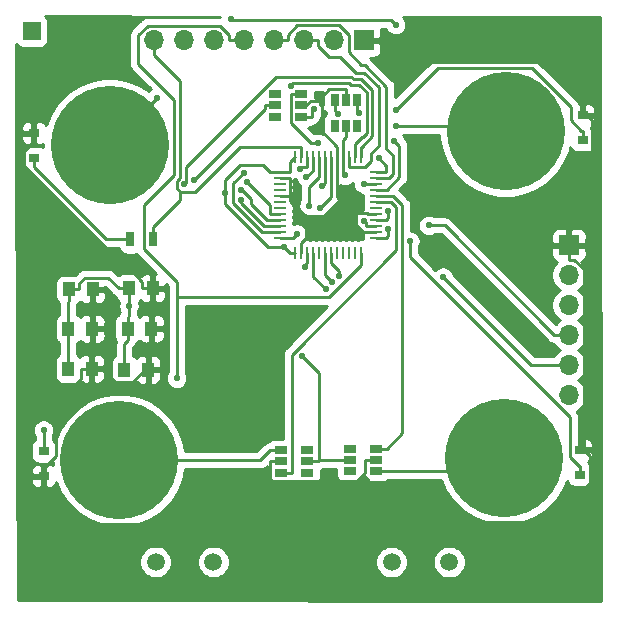
<source format=gbl>
G04 #@! TF.GenerationSoftware,KiCad,Pcbnew,5.1.6-c6e7f7d~87~ubuntu18.04.1*
G04 #@! TF.CreationDate,2020-10-14T05:15:15+05:30*
G04 #@! TF.ProjectId,FrontEnd_4S,46726f6e-7445-46e6-945f-34532e6b6963,rev?*
G04 #@! TF.SameCoordinates,Original*
G04 #@! TF.FileFunction,Copper,L2,Bot*
G04 #@! TF.FilePolarity,Positive*
%FSLAX46Y46*%
G04 Gerber Fmt 4.6, Leading zero omitted, Abs format (unit mm)*
G04 Created by KiCad (PCBNEW 5.1.6-c6e7f7d~87~ubuntu18.04.1) date 2020-10-14 05:15:15*
%MOMM*%
%LPD*%
G01*
G04 APERTURE LIST*
G04 #@! TA.AperFunction,ComponentPad*
%ADD10R,1.700000X1.700000*%
G04 #@! TD*
G04 #@! TA.AperFunction,ComponentPad*
%ADD11O,1.700000X1.700000*%
G04 #@! TD*
G04 #@! TA.AperFunction,SMDPad,CuDef*
%ADD12R,1.000000X0.230000*%
G04 #@! TD*
G04 #@! TA.AperFunction,SMDPad,CuDef*
%ADD13R,0.230000X1.000000*%
G04 #@! TD*
G04 #@! TA.AperFunction,SMDPad,CuDef*
%ADD14R,0.700000X1.300000*%
G04 #@! TD*
G04 #@! TA.AperFunction,SMDPad,CuDef*
%ADD15R,0.900000X0.800000*%
G04 #@! TD*
G04 #@! TA.AperFunction,ComponentPad*
%ADD16R,1.524000X1.524000*%
G04 #@! TD*
G04 #@! TA.AperFunction,SMDPad,CuDef*
%ADD17C,10.000000*%
G04 #@! TD*
G04 #@! TA.AperFunction,SMDPad,CuDef*
%ADD18R,1.000000X1.250000*%
G04 #@! TD*
G04 #@! TA.AperFunction,SMDPad,CuDef*
%ADD19R,1.060000X0.650000*%
G04 #@! TD*
G04 #@! TA.AperFunction,SMDPad,CuDef*
%ADD20R,0.650000X1.060000*%
G04 #@! TD*
G04 #@! TA.AperFunction,ComponentPad*
%ADD21C,1.500000*%
G04 #@! TD*
G04 #@! TA.AperFunction,ViaPad*
%ADD22C,0.550000*%
G04 #@! TD*
G04 #@! TA.AperFunction,Conductor*
%ADD23C,0.250000*%
G04 #@! TD*
G04 #@! TA.AperFunction,Conductor*
%ADD24C,0.254000*%
G04 #@! TD*
G04 APERTURE END LIST*
D10*
X140757000Y-85956100D03*
D11*
X140757000Y-88496100D03*
X140757000Y-91036100D03*
X140757000Y-93576100D03*
X140757000Y-96116100D03*
X140757000Y-98656100D03*
D12*
X116299000Y-84836000D03*
D13*
X117569000Y-78486000D03*
X118077000Y-78486000D03*
X118585000Y-78486000D03*
X119093000Y-78486000D03*
X119601000Y-78486000D03*
X120109000Y-78486000D03*
X120617000Y-78486000D03*
X121125000Y-78486000D03*
X121633000Y-78486000D03*
X122141000Y-78486000D03*
X122649000Y-78486000D03*
X123157000Y-78486000D03*
D12*
X124427000Y-79756000D03*
X124427000Y-80264000D03*
X124427000Y-81280000D03*
X124427000Y-81788000D03*
X124427000Y-82296000D03*
X124427000Y-82804000D03*
X124427000Y-83312000D03*
X124427000Y-83820000D03*
X124427000Y-84328000D03*
X124427000Y-84836000D03*
X124427000Y-85344000D03*
D13*
X122649000Y-86614000D03*
X122141000Y-86614000D03*
X121633000Y-86614000D03*
X121125000Y-86614000D03*
X120617000Y-86614000D03*
X120109000Y-86614000D03*
X119601000Y-86614000D03*
X119093000Y-86614000D03*
X118585000Y-86614000D03*
X118077000Y-86614000D03*
X117569000Y-86614000D03*
D12*
X116299000Y-85344000D03*
X116299000Y-84328000D03*
X116299000Y-83820000D03*
X116299000Y-83312000D03*
X116299000Y-82804000D03*
X116299000Y-82296000D03*
X116299000Y-81788000D03*
X116299000Y-81280000D03*
X116299000Y-80772000D03*
X116299000Y-80264000D03*
X116299000Y-79756000D03*
D13*
X123157000Y-86614000D03*
D12*
X124427000Y-80772000D03*
D14*
X103607000Y-85473500D03*
X105507000Y-85473500D03*
D15*
X141681000Y-103303000D03*
X141681000Y-105403000D03*
X141910000Y-74964600D03*
X141910000Y-77064600D03*
X96271100Y-105515000D03*
X96271100Y-103415000D03*
X95453200Y-76468200D03*
X95453200Y-78568200D03*
D16*
X95265200Y-67843400D03*
D17*
X101885000Y-77459800D03*
X135385000Y-76321900D03*
X102690000Y-104173000D03*
X135280000Y-104018000D03*
D18*
X105121000Y-96512400D03*
X103121000Y-96512400D03*
X100380000Y-93043000D03*
X98380000Y-93043000D03*
X98420700Y-89715000D03*
X100420700Y-89715000D03*
X100347000Y-96423500D03*
X98347000Y-96423500D03*
X103394000Y-93024600D03*
X105394000Y-93024600D03*
X105498000Y-89608600D03*
X103498000Y-89608600D03*
D11*
X105584000Y-68613000D03*
X108124000Y-68613000D03*
X110664000Y-68613000D03*
X113204000Y-68613000D03*
X115744000Y-68613000D03*
X118284000Y-68613000D03*
X120824000Y-68613000D03*
D10*
X123364000Y-68613000D03*
D19*
X118092000Y-73185000D03*
X118092000Y-74135000D03*
X118092000Y-75085000D03*
X115892000Y-75085000D03*
X115892000Y-73185000D03*
X115892000Y-74135000D03*
D20*
X121859000Y-75885200D03*
X120909000Y-75885200D03*
X122809000Y-75885200D03*
X122809000Y-73685200D03*
X121859000Y-73685200D03*
X120909000Y-73685200D03*
D19*
X124425000Y-103182000D03*
X124425000Y-104132000D03*
X124425000Y-105082000D03*
X122225000Y-105082000D03*
X122225000Y-103182000D03*
X122225000Y-104132000D03*
X118572000Y-104270000D03*
X118572000Y-105220000D03*
X118572000Y-103320000D03*
X116372000Y-103320000D03*
X116372000Y-104270000D03*
X116372000Y-105220000D03*
D21*
X105773000Y-112784000D03*
X110653000Y-112784000D03*
X130615000Y-112789000D03*
X125735000Y-112789000D03*
D22*
X119872500Y-74016800D03*
X109241500Y-109474900D03*
X139220400Y-109524000D03*
X128066800Y-70924420D03*
X121795300Y-80046900D03*
X118135500Y-95307800D03*
X128886400Y-84289800D03*
X125456600Y-84590100D03*
X108989000Y-80452200D03*
X116665700Y-86142300D03*
X111642600Y-81517800D03*
X103498000Y-91090000D03*
X119698600Y-82808300D03*
X118001000Y-79548300D03*
X118535900Y-80198600D03*
X118747700Y-82667000D03*
X119865900Y-80953700D03*
X120720200Y-89111500D03*
X130104400Y-88672400D03*
X121286200Y-88545500D03*
X118417600Y-87786600D03*
X117727100Y-85007700D03*
X126090680Y-67294760D03*
X125456300Y-83035200D03*
X112110520Y-66847720D03*
X123394600Y-83878500D03*
X107550300Y-97237500D03*
X120153500Y-89676800D03*
X113202600Y-79850200D03*
X117206500Y-72457900D03*
X108180600Y-80790100D03*
X124653100Y-78589400D03*
X125986300Y-77140900D03*
X121176600Y-74817900D03*
X113003100Y-82147500D03*
X112997700Y-81306600D03*
X113473700Y-80650600D03*
X123372500Y-80772000D03*
X119496200Y-77353000D03*
X105856800Y-73488000D03*
X119155300Y-74431600D03*
X126084800Y-75865400D03*
X122967400Y-74750800D03*
X96271100Y-101625200D03*
X126075400Y-74512700D03*
X127293700Y-85631000D03*
D23*
X123289200Y-105439500D02*
X123519700Y-105209000D01*
X123519700Y-105209000D02*
X123519700Y-104132000D01*
X115466700Y-105724400D02*
X115662700Y-105920400D01*
X115662700Y-105920400D02*
X122808300Y-105920400D01*
X122808300Y-105920400D02*
X123289200Y-105439500D01*
X139220400Y-109393400D02*
X127243000Y-109393400D01*
X127243000Y-109393400D02*
X123289200Y-105439500D01*
X139220400Y-109393400D02*
X139220400Y-109524000D01*
X142014900Y-103303000D02*
X142520300Y-103808400D01*
X142520300Y-103808400D02*
X142520300Y-106093500D01*
X142520300Y-106093500D02*
X139220400Y-109393400D01*
X124425000Y-104132000D02*
X123519700Y-104132000D01*
X115466700Y-104270000D02*
X115466700Y-105724400D01*
X115466700Y-105724400D02*
X111716200Y-109474900D01*
X111716200Y-109474900D02*
X109241500Y-109474900D01*
X118077000Y-86614000D02*
X118077000Y-85738700D01*
X122699100Y-83227500D02*
X122699100Y-84248800D01*
X122699100Y-84248800D02*
X123286300Y-84836000D01*
X123286300Y-84836000D02*
X124427000Y-84836000D01*
X121380600Y-82098900D02*
X122509200Y-83227500D01*
X122509200Y-83227500D02*
X122699100Y-83227500D01*
X124427000Y-83312000D02*
X123774900Y-83312000D01*
X123774900Y-83312000D02*
X123690400Y-83227500D01*
X123690400Y-83227500D02*
X122699100Y-83227500D01*
X118456800Y-83501300D02*
X117174300Y-82218800D01*
X117174300Y-82218800D02*
X117174300Y-81788000D01*
X118077000Y-85738700D02*
X118456800Y-85358900D01*
X118456800Y-85358900D02*
X118456800Y-83501300D01*
X118456800Y-83501300D02*
X119978200Y-83501300D01*
X119978200Y-83501300D02*
X121380600Y-82098900D01*
X121380600Y-82098900D02*
X121125000Y-81843300D01*
X121125000Y-81843300D02*
X121125000Y-78486000D01*
X121125000Y-78048300D02*
X121125000Y-78486000D01*
X119555400Y-73781300D02*
X119821000Y-74046900D01*
X119821000Y-74046900D02*
X119842400Y-74046900D01*
X121859000Y-72779900D02*
X120417500Y-72779900D01*
X120417500Y-72779900D02*
X119555400Y-73642000D01*
X119555400Y-73642000D02*
X119555400Y-73781300D01*
X119555400Y-73781300D02*
X118885900Y-73781300D01*
X118885900Y-73781300D02*
X118532200Y-74135000D01*
X118532200Y-74135000D02*
X118092000Y-74135000D01*
X119842400Y-74046900D02*
X119872500Y-74016800D01*
X121125000Y-78048300D02*
X121125000Y-77610700D01*
X121125000Y-77610700D02*
X119842400Y-76328100D01*
X119842400Y-76328100D02*
X119842400Y-74046900D01*
X109241500Y-109474900D02*
X109159000Y-109557400D01*
X109159000Y-109557400D02*
X99538200Y-109557400D01*
X99538200Y-109557400D02*
X96271100Y-106290300D01*
X100347000Y-96423500D02*
X101222300Y-96423500D01*
X105121000Y-96012200D02*
X105121000Y-96202600D01*
X105121000Y-96202600D02*
X103810800Y-97512800D01*
X103810800Y-97512800D02*
X102311600Y-97512800D01*
X102311600Y-97512800D02*
X101222300Y-96423500D01*
X105121000Y-96012200D02*
X105121000Y-95512100D01*
X105121000Y-96512400D02*
X105121000Y-96012200D01*
X100347000Y-96423500D02*
X99471700Y-96423500D01*
X100347000Y-96423500D02*
X100347000Y-94076300D01*
X100347000Y-94076300D02*
X100380000Y-94043300D01*
X99471700Y-96423500D02*
X99471700Y-97298800D01*
X99471700Y-97298800D02*
X97314600Y-99455900D01*
X97314600Y-99455900D02*
X97314600Y-103793100D01*
X97314600Y-103793100D02*
X96368000Y-104739700D01*
X96368000Y-104739700D02*
X96271100Y-104739700D01*
X100380000Y-93043000D02*
X100380000Y-94043300D01*
X142014900Y-103303000D02*
X142014900Y-87979800D01*
X142014900Y-87979800D02*
X141216500Y-87181400D01*
X141216500Y-87181400D02*
X140757000Y-87181400D01*
X121859000Y-73685200D02*
X121859000Y-72779900D01*
X116299000Y-80264000D02*
X117174300Y-80264000D01*
X117174300Y-81788000D02*
X117174300Y-80264000D01*
X105394000Y-93024600D02*
X105394000Y-92024300D01*
X105394000Y-92024300D02*
X105498000Y-91920300D01*
X105498000Y-91920300D02*
X105498000Y-89608600D01*
X105394000Y-93024600D02*
X105394000Y-95239100D01*
X105394000Y-95239100D02*
X105121000Y-95512100D01*
X96271100Y-105515000D02*
X96271100Y-106290300D01*
X140757000Y-85956100D02*
X140757000Y-84730800D01*
X141910000Y-74576900D02*
X142735400Y-75402300D01*
X142735400Y-75402300D02*
X142735400Y-82752400D01*
X142735400Y-82752400D02*
X140757000Y-84730800D01*
X141910000Y-74964600D02*
X141910000Y-74576900D01*
X116299000Y-81788000D02*
X117174300Y-81788000D01*
X96271100Y-105515000D02*
X96271100Y-104739700D01*
X116372000Y-104270000D02*
X115466700Y-104270000D01*
X142014900Y-103303000D02*
X141681000Y-103303000D01*
X140757000Y-85956100D02*
X140757000Y-87181400D01*
X105498000Y-89608600D02*
X104622700Y-89608600D01*
X104622700Y-89608600D02*
X104622700Y-89061500D01*
X104622700Y-89061500D02*
X102969500Y-87408300D01*
X102969500Y-87408300D02*
X102803500Y-87408300D01*
X102803500Y-87408300D02*
X94627800Y-79232600D01*
X94627800Y-79232600D02*
X94627800Y-77972000D01*
X94627800Y-77972000D02*
X95356300Y-77243500D01*
X95356300Y-77243500D02*
X95453200Y-77243500D01*
X95453200Y-76468200D02*
X95453200Y-77243500D01*
X100420700Y-89715000D02*
X100420700Y-90715300D01*
X100380000Y-93043000D02*
X100380000Y-90756000D01*
X100380000Y-90756000D02*
X100420700Y-90715300D01*
X138151681Y-70430981D02*
X128560239Y-70430981D01*
X128560239Y-70430981D02*
X128066800Y-70924420D01*
X141910000Y-74576900D02*
X141910000Y-74189300D01*
X125755380Y-68613000D02*
X128066800Y-70924420D01*
X141910000Y-74189300D02*
X138151681Y-70430981D01*
X123364000Y-68613000D02*
X125755380Y-68613000D01*
X98380000Y-93043000D02*
X98380000Y-94043300D01*
X98380000Y-94043300D02*
X98347000Y-94076300D01*
X98347000Y-94076300D02*
X98347000Y-96423500D01*
X98380000Y-93043000D02*
X98380000Y-90756000D01*
X98380000Y-90756000D02*
X98420700Y-90715300D01*
X121795300Y-80046900D02*
X121633000Y-79884600D01*
X121633000Y-79884600D02*
X121633000Y-78486000D01*
X139531700Y-93576100D02*
X130245400Y-84289800D01*
X130245400Y-84289800D02*
X128886400Y-84289800D01*
X119615300Y-104132000D02*
X121319700Y-104132000D01*
X119477300Y-104270000D02*
X119615300Y-104132000D01*
X119615300Y-104132000D02*
X119615300Y-96787600D01*
X119615300Y-96787600D02*
X118135500Y-95307800D01*
X125291300Y-85344000D02*
X125456600Y-85178700D01*
X125456600Y-85178700D02*
X125456600Y-84590100D01*
X140757000Y-93576100D02*
X139531700Y-93576100D01*
X124427000Y-85344000D02*
X125291300Y-85344000D01*
X121859000Y-76790500D02*
X121633000Y-77016500D01*
X121633000Y-77016500D02*
X121633000Y-78486000D01*
X116299000Y-79756000D02*
X115423700Y-79756000D01*
X111642600Y-81517800D02*
X111642600Y-80446900D01*
X111642600Y-80446900D02*
X112921300Y-79168200D01*
X112921300Y-79168200D02*
X114835900Y-79168200D01*
X114835900Y-79168200D02*
X115423700Y-79756000D01*
X116665700Y-86142300D02*
X115288500Y-86142300D01*
X115288500Y-86142300D02*
X111642600Y-82496400D01*
X111642600Y-82496400D02*
X111642600Y-81517800D01*
X121859000Y-75885200D02*
X121859000Y-76790500D01*
X118572000Y-104270000D02*
X119477300Y-104270000D01*
X122225000Y-104132000D02*
X121319700Y-104132000D01*
X116299000Y-79756000D02*
X117174300Y-79756000D01*
X117174300Y-79756000D02*
X117174300Y-78880700D01*
X117174300Y-78880700D02*
X117569000Y-78486000D01*
X114986700Y-74135000D02*
X114986700Y-74454500D01*
X114986700Y-74454500D02*
X108989000Y-80452200D01*
X115892000Y-74135000D02*
X114986700Y-74135000D01*
X116665700Y-86142300D02*
X117137400Y-86614000D01*
X117137400Y-86614000D02*
X117569000Y-86614000D01*
X103498000Y-91090000D02*
X103498000Y-91920300D01*
X103498000Y-91920300D02*
X103394000Y-92024300D01*
X103498000Y-90608900D02*
X103498000Y-91090000D01*
X103394000Y-93024600D02*
X103394000Y-92024300D01*
X103498000Y-89608600D02*
X103498000Y-90608900D01*
X103498000Y-89608600D02*
X102622700Y-89608600D01*
X102622700Y-89608600D02*
X101728700Y-88714600D01*
X101728700Y-88714600D02*
X99749300Y-88714600D01*
X99749300Y-88714600D02*
X99296000Y-89167900D01*
X99296000Y-89167900D02*
X99296000Y-89715000D01*
X98420700Y-89715000D02*
X99296000Y-89715000D01*
X103394000Y-93024600D02*
X103394000Y-94024900D01*
X103121000Y-96512400D02*
X103121000Y-94297900D01*
X103121000Y-94297900D02*
X103394000Y-94024900D01*
X98420700Y-89715000D02*
X98420700Y-90715300D01*
X120617000Y-79361300D02*
X120617000Y-81889900D01*
X120617000Y-81889900D02*
X119698600Y-82808300D01*
X120617000Y-78486000D02*
X120617000Y-79361300D01*
X118585000Y-78486000D02*
X118585000Y-79361300D01*
X118001000Y-79548300D02*
X118188000Y-79361300D01*
X118188000Y-79361300D02*
X118585000Y-79361300D01*
X119093000Y-78486000D02*
X119093000Y-79641500D01*
X119093000Y-79641500D02*
X118535900Y-80198600D01*
X119601000Y-78486000D02*
X119601000Y-80186400D01*
X119601000Y-80186400D02*
X118747700Y-81039700D01*
X118747700Y-81039700D02*
X118747700Y-82667000D01*
X120109000Y-78486000D02*
X120109000Y-80710600D01*
X120109000Y-80710600D02*
X119865900Y-80953700D01*
X120720200Y-89111500D02*
X120109000Y-88500300D01*
X120109000Y-88500300D02*
X120109000Y-86614000D01*
X120617000Y-87489300D02*
X121286200Y-88158500D01*
X121286200Y-88158500D02*
X121286200Y-88545500D01*
X139531700Y-96116100D02*
X137548100Y-96116100D01*
X137548100Y-96116100D02*
X130104400Y-88672400D01*
X120617000Y-86614000D02*
X120617000Y-87489300D01*
X140757000Y-96116100D02*
X139531700Y-96116100D01*
X118585000Y-87489300D02*
X118417600Y-87656700D01*
X118417600Y-87656700D02*
X118417600Y-87786600D01*
X118585000Y-86614000D02*
X118585000Y-87489300D01*
X116299000Y-85344000D02*
X117390800Y-85344000D01*
X117390800Y-85344000D02*
X117727100Y-85007700D01*
X107811300Y-81440400D02*
X107811300Y-82143900D01*
X107811300Y-82143900D02*
X105507000Y-84448200D01*
X105584000Y-69838300D02*
X107811300Y-72065600D01*
X107811300Y-72065600D02*
X107811300Y-80239700D01*
X107811300Y-80239700D02*
X107530300Y-80520700D01*
X107530300Y-80520700D02*
X107530300Y-81159400D01*
X107530300Y-81159400D02*
X107811300Y-81440400D01*
X107811300Y-81440400D02*
X109086300Y-81440400D01*
X109086300Y-81440400D02*
X112916000Y-77610700D01*
X112916000Y-77610700D02*
X118077000Y-77610700D01*
X105507000Y-85473500D02*
X105507000Y-84448200D01*
X118077000Y-78486000D02*
X118077000Y-77610700D01*
X105584000Y-68613000D02*
X105584000Y-69838300D01*
X125302300Y-83820000D02*
X125456300Y-83666000D01*
X125456300Y-83666000D02*
X125456300Y-83035200D01*
X124427000Y-83820000D02*
X125302300Y-83820000D01*
X112125090Y-66862290D02*
X112110520Y-66847720D01*
X125658210Y-66862290D02*
X112125090Y-66862290D01*
X126090680Y-67294760D02*
X125658210Y-66862290D01*
X123551700Y-84328000D02*
X123551700Y-84035600D01*
X123551700Y-84035600D02*
X123394600Y-83878500D01*
X124427000Y-84328000D02*
X123551700Y-84328000D01*
X107550300Y-90360200D02*
X107550300Y-89086600D01*
X107550300Y-89086600D02*
X104781600Y-86317900D01*
X104781600Y-86317900D02*
X104781600Y-82536600D01*
X104781600Y-82536600D02*
X107305000Y-80013200D01*
X107305000Y-80013200D02*
X107305000Y-73630400D01*
X107305000Y-73630400D02*
X104297500Y-70622900D01*
X104297500Y-70622900D02*
X104297500Y-68163600D01*
X104297500Y-68163600D02*
X105075700Y-67385400D01*
X105075700Y-67385400D02*
X111210600Y-67385400D01*
X111210600Y-67385400D02*
X111978700Y-68153500D01*
X111978700Y-68153500D02*
X111978700Y-68613000D01*
X107550300Y-97237500D02*
X107550300Y-90360200D01*
X107550300Y-90360200D02*
X120422700Y-90360200D01*
X120422700Y-90360200D02*
X123157000Y-87625900D01*
X123157000Y-87625900D02*
X123157000Y-86614000D01*
X113204000Y-68613000D02*
X111978700Y-68613000D01*
X119509300Y-68613000D02*
X119509300Y-69072600D01*
X119509300Y-69072600D02*
X120482300Y-70045600D01*
X120482300Y-70045600D02*
X121370900Y-70045600D01*
X121370900Y-70045600D02*
X122714600Y-71389300D01*
X122714600Y-71389300D02*
X123422200Y-71389300D01*
X123422200Y-71389300D02*
X124636600Y-72603700D01*
X124636600Y-72603700D02*
X124636600Y-77530100D01*
X124636600Y-77530100D02*
X124002700Y-78164000D01*
X124002700Y-78164000D02*
X124002700Y-78813600D01*
X124002700Y-78813600D02*
X123455000Y-79361300D01*
X123455000Y-79361300D02*
X122141000Y-79361300D01*
X122141000Y-78486000D02*
X122141000Y-79361300D01*
X118284000Y-68613000D02*
X119509300Y-68613000D01*
X115744000Y-68613000D02*
X116969300Y-68613000D01*
X116969300Y-68613000D02*
X116969300Y-68153500D01*
X116969300Y-68153500D02*
X117760500Y-67362300D01*
X117760500Y-67362300D02*
X121320700Y-67362300D01*
X121320700Y-67362300D02*
X122093900Y-68135500D01*
X122093900Y-68135500D02*
X122093900Y-69618900D01*
X122093900Y-69618900D02*
X123187000Y-70712000D01*
X123187000Y-70712000D02*
X123461300Y-70712000D01*
X123461300Y-70712000D02*
X125303500Y-72554200D01*
X125303500Y-72554200D02*
X125303500Y-77805200D01*
X125303500Y-77805200D02*
X125847100Y-78348800D01*
X125847100Y-78348800D02*
X125847100Y-79965900D01*
X125847100Y-79965900D02*
X125549000Y-80264000D01*
X125549000Y-80264000D02*
X124427000Y-80264000D01*
X120153500Y-89676800D02*
X119093000Y-88616300D01*
X119093000Y-88616300D02*
X119093000Y-86614000D01*
X113202600Y-79850200D02*
X112347400Y-80705400D01*
X112347400Y-80705400D02*
X112347400Y-82414700D01*
X112347400Y-82414700D02*
X114768700Y-84836000D01*
X114768700Y-84836000D02*
X116299000Y-84836000D01*
X117206500Y-72457900D02*
X117409100Y-72255300D01*
X117409100Y-72255300D02*
X122165400Y-72255300D01*
X122165400Y-72255300D02*
X122300000Y-72389900D01*
X122300000Y-72389900D02*
X122974800Y-72389900D01*
X122974800Y-72389900D02*
X123618100Y-73033200D01*
X123618100Y-73033200D02*
X123618100Y-76471000D01*
X123618100Y-76471000D02*
X123290900Y-76798200D01*
X123290900Y-76798200D02*
X123210500Y-76798200D01*
X123210500Y-76798200D02*
X122649000Y-77359700D01*
X122649000Y-77359700D02*
X122649000Y-78486000D01*
X108180600Y-80790100D02*
X108311700Y-80659000D01*
X108311700Y-80659000D02*
X108311700Y-79348700D01*
X108311700Y-79348700D02*
X115929600Y-71730800D01*
X115929600Y-71730800D02*
X122348500Y-71730800D01*
X122348500Y-71730800D02*
X122507300Y-71889600D01*
X122507300Y-71889600D02*
X123184100Y-71889600D01*
X123184100Y-71889600D02*
X124118600Y-72824100D01*
X124118600Y-72824100D02*
X124118600Y-76750200D01*
X124118600Y-76750200D02*
X123258100Y-77610700D01*
X123258100Y-77610700D02*
X123157000Y-77610700D01*
X123157000Y-78486000D02*
X123157000Y-77610700D01*
X124427000Y-79756000D02*
X125302300Y-79756000D01*
X124653100Y-78589400D02*
X125302300Y-79238600D01*
X125302300Y-79238600D02*
X125302300Y-79756000D01*
X120909000Y-73685200D02*
X120909000Y-74590500D01*
X125986300Y-77140900D02*
X126391800Y-77546400D01*
X126391800Y-77546400D02*
X126391800Y-80203700D01*
X126391800Y-80203700D02*
X125315500Y-81280000D01*
X125315500Y-81280000D02*
X124427000Y-81280000D01*
X120909000Y-74590500D02*
X120949200Y-74590500D01*
X120949200Y-74590500D02*
X121176600Y-74817900D01*
X125330300Y-103182000D02*
X126643300Y-101869000D01*
X126643300Y-101869000D02*
X126643300Y-82580200D01*
X126643300Y-82580200D02*
X125851100Y-81788000D01*
X125851100Y-81788000D02*
X125302300Y-81788000D01*
X124425000Y-103182000D02*
X125330300Y-103182000D01*
X124427000Y-81788000D02*
X125302300Y-81788000D01*
X116372000Y-105220000D02*
X117277300Y-105220000D01*
X117277300Y-105220000D02*
X117277300Y-95227700D01*
X117277300Y-95227700D02*
X126124800Y-86380200D01*
X126124800Y-86380200D02*
X126124800Y-82771500D01*
X126124800Y-82771500D02*
X125649300Y-82296000D01*
X125649300Y-82296000D02*
X124427000Y-82296000D01*
X116299000Y-84328000D02*
X114979300Y-84328000D01*
X114979300Y-84328000D02*
X113003200Y-82351900D01*
X113003200Y-82351900D02*
X113003200Y-82147500D01*
X113003200Y-82147500D02*
X113003100Y-82147500D01*
X116299000Y-83820000D02*
X115178900Y-83820000D01*
X115178900Y-83820000D02*
X113839100Y-82480200D01*
X113839100Y-82480200D02*
X113839100Y-82052200D01*
X113839100Y-82052200D02*
X113093500Y-81306600D01*
X113093500Y-81306600D02*
X112997700Y-81306600D01*
X115423700Y-83312000D02*
X115423700Y-82600600D01*
X115423700Y-82600600D02*
X113473700Y-80650600D01*
X116299000Y-83312000D02*
X115423700Y-83312000D01*
X124427000Y-80772000D02*
X123372500Y-80772000D01*
X117186700Y-73185000D02*
X117186700Y-75598700D01*
X117186700Y-75598700D02*
X118941000Y-77353000D01*
X118941000Y-77353000D02*
X119496200Y-77353000D01*
X118092000Y-73185000D02*
X117186700Y-73185000D01*
X118997300Y-75085000D02*
X118997300Y-74589600D01*
X118997300Y-74589600D02*
X119155300Y-74431600D01*
X101885000Y-77459800D02*
X105856800Y-73488000D01*
X118092000Y-75085000D02*
X118997300Y-75085000D01*
X122809000Y-74590500D02*
X122967400Y-74748900D01*
X122967400Y-74748900D02*
X122967400Y-74750800D01*
X135385000Y-76321900D02*
X134928500Y-75865400D01*
X134928500Y-75865400D02*
X126084800Y-75865400D01*
X122809000Y-73685200D02*
X122809000Y-74590500D01*
X124425000Y-105082000D02*
X134216000Y-105082000D01*
X134216000Y-105082000D02*
X135280000Y-104018000D01*
X115466700Y-103320000D02*
X114613700Y-104173000D01*
X114613700Y-104173000D02*
X102690000Y-104173000D01*
X116372000Y-103320000D02*
X115466700Y-103320000D01*
X95453200Y-78568200D02*
X95453200Y-79343500D01*
X95453200Y-79343500D02*
X101583200Y-85473500D01*
X101583200Y-85473500D02*
X103607000Y-85473500D01*
X96271100Y-103415000D02*
X96271100Y-101625200D01*
X141910000Y-76289300D02*
X141813100Y-76289300D01*
X141813100Y-76289300D02*
X140922500Y-75398700D01*
X140922500Y-75398700D02*
X140922500Y-74256600D01*
X140922500Y-74256600D02*
X137597500Y-70931600D01*
X137597500Y-70931600D02*
X129656500Y-70931600D01*
X129656500Y-70931600D02*
X126075400Y-74512700D01*
X141910000Y-77064600D02*
X141910000Y-76289300D01*
X141681000Y-104627700D02*
X141584100Y-104627700D01*
X141584100Y-104627700D02*
X140838600Y-103882200D01*
X140838600Y-103882200D02*
X140838600Y-100515200D01*
X140838600Y-100515200D02*
X127293700Y-86970300D01*
X127293700Y-86970300D02*
X127293700Y-85631000D01*
X141681000Y-105403000D02*
X141681000Y-104627700D01*
D24*
G36*
X111228661Y-66616617D02*
G01*
X111227318Y-66623371D01*
X111210600Y-66621724D01*
X111173278Y-66625400D01*
X105113022Y-66625400D01*
X105075700Y-66621724D01*
X105038377Y-66625400D01*
X105038367Y-66625400D01*
X104926714Y-66636397D01*
X104783453Y-66679854D01*
X104651423Y-66750426D01*
X104592844Y-66798501D01*
X104535699Y-66845399D01*
X104511901Y-66874398D01*
X103786498Y-67599801D01*
X103757500Y-67623599D01*
X103733702Y-67652597D01*
X103733701Y-67652598D01*
X103662526Y-67739324D01*
X103591954Y-67871354D01*
X103561680Y-67971158D01*
X103551562Y-68004515D01*
X103548498Y-68014615D01*
X103533824Y-68163600D01*
X103537501Y-68200932D01*
X103537500Y-70585577D01*
X103533824Y-70622900D01*
X103537500Y-70660222D01*
X103537500Y-70660232D01*
X103548497Y-70771885D01*
X103571980Y-70849299D01*
X103591954Y-70915146D01*
X103662526Y-71047176D01*
X103689945Y-71080586D01*
X103757499Y-71162901D01*
X103786503Y-71186704D01*
X105339200Y-72739402D01*
X105276709Y-72781157D01*
X105176148Y-72881718D01*
X104554173Y-72466128D01*
X103528669Y-72041350D01*
X102439999Y-71824800D01*
X101330001Y-71824800D01*
X100241331Y-72041350D01*
X99215827Y-72466128D01*
X98292897Y-73082810D01*
X97508010Y-73867697D01*
X96891328Y-74790627D01*
X96476127Y-75793011D01*
X96433737Y-75713706D01*
X96354385Y-75617015D01*
X96257694Y-75537663D01*
X96147380Y-75478698D01*
X96027682Y-75442388D01*
X95903200Y-75430128D01*
X95738950Y-75433200D01*
X95580200Y-75591950D01*
X95580200Y-76341200D01*
X95600200Y-76341200D01*
X95600200Y-76595200D01*
X95580200Y-76595200D01*
X95580200Y-77344450D01*
X95738950Y-77503200D01*
X95903200Y-77506272D01*
X96027682Y-77494012D01*
X96147380Y-77457702D01*
X96250000Y-77402850D01*
X96250000Y-77633550D01*
X96147380Y-77578698D01*
X96027682Y-77542388D01*
X95903200Y-77530128D01*
X95003200Y-77530128D01*
X94878718Y-77542388D01*
X94759020Y-77578698D01*
X94648706Y-77637663D01*
X94552015Y-77717015D01*
X94472663Y-77813706D01*
X94413698Y-77924020D01*
X94377388Y-78043718D01*
X94365128Y-78168200D01*
X94365128Y-78968200D01*
X94377388Y-79092682D01*
X94413698Y-79212380D01*
X94472663Y-79322694D01*
X94552015Y-79419385D01*
X94648706Y-79498737D01*
X94717199Y-79535348D01*
X94729380Y-79575502D01*
X94747654Y-79635746D01*
X94818226Y-79767776D01*
X94880921Y-79844169D01*
X94913200Y-79883501D01*
X94942198Y-79907299D01*
X101019401Y-85984503D01*
X101043199Y-86013501D01*
X101072197Y-86037299D01*
X101158923Y-86108474D01*
X101290953Y-86179046D01*
X101434214Y-86222503D01*
X101545867Y-86233500D01*
X101545876Y-86233500D01*
X101583199Y-86237176D01*
X101620522Y-86233500D01*
X102629762Y-86233500D01*
X102631188Y-86247982D01*
X102667498Y-86367680D01*
X102726463Y-86477994D01*
X102805815Y-86574685D01*
X102902506Y-86654037D01*
X103012820Y-86713002D01*
X103132518Y-86749312D01*
X103257000Y-86761572D01*
X103957000Y-86761572D01*
X104081482Y-86749312D01*
X104140819Y-86731312D01*
X104146626Y-86742176D01*
X104186471Y-86790726D01*
X104241599Y-86857901D01*
X104270603Y-86881704D01*
X105760624Y-88371726D01*
X105625000Y-88507350D01*
X105625000Y-89481600D01*
X106474250Y-89481600D01*
X106633000Y-89322850D01*
X106633707Y-89244809D01*
X106790301Y-89401403D01*
X106790300Y-90322867D01*
X106786623Y-90360200D01*
X106790301Y-90397543D01*
X106790300Y-96736964D01*
X106743869Y-96806453D01*
X106675271Y-96972063D01*
X106640300Y-97147873D01*
X106640300Y-97327127D01*
X106675271Y-97502937D01*
X106743869Y-97668547D01*
X106843457Y-97817591D01*
X106970209Y-97944343D01*
X107119253Y-98043931D01*
X107284863Y-98112529D01*
X107460673Y-98147500D01*
X107639927Y-98147500D01*
X107815737Y-98112529D01*
X107981347Y-98043931D01*
X108130391Y-97944343D01*
X108257143Y-97817591D01*
X108356731Y-97668547D01*
X108425329Y-97502937D01*
X108460300Y-97327127D01*
X108460300Y-97147873D01*
X108425329Y-96972063D01*
X108356731Y-96806453D01*
X108310300Y-96736964D01*
X108310300Y-91120200D01*
X120309998Y-91120200D01*
X116766298Y-94663901D01*
X116737300Y-94687699D01*
X116713502Y-94716697D01*
X116713501Y-94716698D01*
X116642326Y-94803424D01*
X116571754Y-94935454D01*
X116528298Y-95078715D01*
X116513624Y-95227700D01*
X116517301Y-95265032D01*
X116517300Y-102356928D01*
X115842000Y-102356928D01*
X115717518Y-102369188D01*
X115597820Y-102405498D01*
X115487506Y-102464463D01*
X115390815Y-102543815D01*
X115372974Y-102565554D01*
X115317714Y-102570997D01*
X115174453Y-102614454D01*
X115042424Y-102685026D01*
X114926699Y-102779999D01*
X114902901Y-102808997D01*
X114298899Y-103413000D01*
X108284223Y-103413000D01*
X108108450Y-102529331D01*
X107683672Y-101503827D01*
X107066990Y-100580897D01*
X106282103Y-99796010D01*
X105359173Y-99179328D01*
X104333669Y-98754550D01*
X103244999Y-98538000D01*
X102135001Y-98538000D01*
X101046331Y-98754550D01*
X100020827Y-99179328D01*
X99097897Y-99796010D01*
X98313010Y-100580897D01*
X97696328Y-101503827D01*
X97271550Y-102529331D01*
X97246663Y-102654445D01*
X97172285Y-102563815D01*
X97075594Y-102484463D01*
X97031100Y-102460680D01*
X97031100Y-102125736D01*
X97077531Y-102056247D01*
X97146129Y-101890637D01*
X97181100Y-101714827D01*
X97181100Y-101535573D01*
X97146129Y-101359763D01*
X97077531Y-101194153D01*
X96977943Y-101045109D01*
X96851191Y-100918357D01*
X96702147Y-100818769D01*
X96536537Y-100750171D01*
X96360727Y-100715200D01*
X96181473Y-100715200D01*
X96005663Y-100750171D01*
X95840053Y-100818769D01*
X95691009Y-100918357D01*
X95564257Y-101045109D01*
X95464669Y-101194153D01*
X95396071Y-101359763D01*
X95361100Y-101535573D01*
X95361100Y-101714827D01*
X95396071Y-101890637D01*
X95464669Y-102056247D01*
X95511101Y-102125737D01*
X95511101Y-102460680D01*
X95466606Y-102484463D01*
X95369915Y-102563815D01*
X95290563Y-102660506D01*
X95231598Y-102770820D01*
X95195288Y-102890518D01*
X95183028Y-103015000D01*
X95183028Y-103815000D01*
X95195288Y-103939482D01*
X95231598Y-104059180D01*
X95290563Y-104169494D01*
X95369915Y-104266185D01*
X95466606Y-104345537D01*
X95576920Y-104404502D01*
X95696618Y-104440812D01*
X95821100Y-104453072D01*
X96721100Y-104453072D01*
X96845582Y-104440812D01*
X96965280Y-104404502D01*
X97055000Y-104356545D01*
X97055000Y-104573455D01*
X96965280Y-104525498D01*
X96845582Y-104489188D01*
X96721100Y-104476928D01*
X96556850Y-104480000D01*
X96398100Y-104638750D01*
X96398100Y-105388000D01*
X96418100Y-105388000D01*
X96418100Y-105642000D01*
X96398100Y-105642000D01*
X96398100Y-106391250D01*
X96556850Y-106550000D01*
X96721100Y-106553072D01*
X96845582Y-106540812D01*
X96965280Y-106504502D01*
X97075594Y-106445537D01*
X97172285Y-106366185D01*
X97251637Y-106269494D01*
X97310602Y-106159180D01*
X97346912Y-106039482D01*
X97350164Y-106006460D01*
X97696328Y-106842173D01*
X98313010Y-107765103D01*
X99097897Y-108549990D01*
X100020827Y-109166672D01*
X101046331Y-109591450D01*
X102135001Y-109808000D01*
X103244999Y-109808000D01*
X104333669Y-109591450D01*
X105359173Y-109166672D01*
X106282103Y-108549990D01*
X107066990Y-107765103D01*
X107683672Y-106842173D01*
X108108450Y-105816669D01*
X108284223Y-104933000D01*
X114576378Y-104933000D01*
X114613700Y-104936676D01*
X114651022Y-104933000D01*
X114651033Y-104933000D01*
X114762686Y-104922003D01*
X114905947Y-104878546D01*
X115037976Y-104807974D01*
X115153701Y-104713001D01*
X115177503Y-104683998D01*
X115209538Y-104651963D01*
X115216188Y-104719482D01*
X115223929Y-104745000D01*
X115216188Y-104770518D01*
X115203928Y-104895000D01*
X115203928Y-105545000D01*
X115216188Y-105669482D01*
X115252498Y-105789180D01*
X115311463Y-105899494D01*
X115390815Y-105996185D01*
X115487506Y-106075537D01*
X115597820Y-106134502D01*
X115717518Y-106170812D01*
X115842000Y-106183072D01*
X116902000Y-106183072D01*
X117026482Y-106170812D01*
X117146180Y-106134502D01*
X117256494Y-106075537D01*
X117353185Y-105996185D01*
X117371026Y-105974446D01*
X117426286Y-105969003D01*
X117540159Y-105934461D01*
X117590815Y-105996185D01*
X117687506Y-106075537D01*
X117797820Y-106134502D01*
X117917518Y-106170812D01*
X118042000Y-106183072D01*
X119102000Y-106183072D01*
X119226482Y-106170812D01*
X119346180Y-106134502D01*
X119456494Y-106075537D01*
X119553185Y-105996185D01*
X119632537Y-105899494D01*
X119691502Y-105789180D01*
X119727812Y-105669482D01*
X119740072Y-105545000D01*
X119740072Y-104984487D01*
X119769547Y-104975546D01*
X119901576Y-104904974D01*
X119917385Y-104892000D01*
X121056928Y-104892000D01*
X121056928Y-105407000D01*
X121069188Y-105531482D01*
X121105498Y-105651180D01*
X121164463Y-105761494D01*
X121243815Y-105858185D01*
X121340506Y-105937537D01*
X121450820Y-105996502D01*
X121570518Y-106032812D01*
X121695000Y-106045072D01*
X122755000Y-106045072D01*
X122879482Y-106032812D01*
X122999180Y-105996502D01*
X123109494Y-105937537D01*
X123206185Y-105858185D01*
X123285537Y-105761494D01*
X123325000Y-105687665D01*
X123364463Y-105761494D01*
X123443815Y-105858185D01*
X123540506Y-105937537D01*
X123650820Y-105996502D01*
X123770518Y-106032812D01*
X123895000Y-106045072D01*
X124955000Y-106045072D01*
X125079482Y-106032812D01*
X125199180Y-105996502D01*
X125309494Y-105937537D01*
X125406185Y-105858185D01*
X125419468Y-105842000D01*
X129936246Y-105842000D01*
X130286328Y-106687173D01*
X130903010Y-107610103D01*
X131687897Y-108394990D01*
X132610827Y-109011672D01*
X133636331Y-109436450D01*
X134725001Y-109653000D01*
X135834999Y-109653000D01*
X136923669Y-109436450D01*
X137949173Y-109011672D01*
X138872103Y-108394990D01*
X139656990Y-107610103D01*
X140273672Y-106687173D01*
X140601953Y-105894634D01*
X140605188Y-105927482D01*
X140641498Y-106047180D01*
X140700463Y-106157494D01*
X140779815Y-106254185D01*
X140876506Y-106333537D01*
X140986820Y-106392502D01*
X141106518Y-106428812D01*
X141231000Y-106441072D01*
X142131000Y-106441072D01*
X142255482Y-106428812D01*
X142375180Y-106392502D01*
X142485494Y-106333537D01*
X142582185Y-106254185D01*
X142661537Y-106157494D01*
X142720502Y-106047180D01*
X142756812Y-105927482D01*
X142769072Y-105803000D01*
X142769072Y-105003000D01*
X142756812Y-104878518D01*
X142720502Y-104758820D01*
X142661537Y-104648506D01*
X142582185Y-104551815D01*
X142485494Y-104472463D01*
X142417001Y-104435852D01*
X142386546Y-104335453D01*
X142365205Y-104295528D01*
X142375180Y-104292502D01*
X142485494Y-104233537D01*
X142582185Y-104154185D01*
X142661537Y-104057494D01*
X142720502Y-103947180D01*
X142756812Y-103827482D01*
X142769072Y-103703000D01*
X142766000Y-103588750D01*
X142607250Y-103430000D01*
X141808000Y-103430000D01*
X141808000Y-103450000D01*
X141598600Y-103450000D01*
X141598600Y-102426750D01*
X141808000Y-102426750D01*
X141808000Y-103176000D01*
X142607250Y-103176000D01*
X142766000Y-103017250D01*
X142769072Y-102903000D01*
X142756812Y-102778518D01*
X142720502Y-102658820D01*
X142661537Y-102548506D01*
X142582185Y-102451815D01*
X142485494Y-102372463D01*
X142375180Y-102313498D01*
X142255482Y-102277188D01*
X142131000Y-102264928D01*
X141966750Y-102268000D01*
X141808000Y-102426750D01*
X141598600Y-102426750D01*
X141598600Y-100552522D01*
X141602276Y-100515199D01*
X141598600Y-100477876D01*
X141598600Y-100477867D01*
X141587603Y-100366214D01*
X141544146Y-100222953D01*
X141473574Y-100090924D01*
X141397452Y-99998169D01*
X141460411Y-99972090D01*
X141703632Y-99809575D01*
X141910475Y-99602732D01*
X142072990Y-99359511D01*
X142184932Y-99089258D01*
X142242000Y-98802360D01*
X142242000Y-98509840D01*
X142184932Y-98222942D01*
X142072990Y-97952689D01*
X141910475Y-97709468D01*
X141703632Y-97502625D01*
X141529240Y-97386100D01*
X141703632Y-97269575D01*
X141910475Y-97062732D01*
X142072990Y-96819511D01*
X142184932Y-96549258D01*
X142242000Y-96262360D01*
X142242000Y-95969840D01*
X142184932Y-95682942D01*
X142072990Y-95412689D01*
X141910475Y-95169468D01*
X141703632Y-94962625D01*
X141529240Y-94846100D01*
X141703632Y-94729575D01*
X141910475Y-94522732D01*
X142072990Y-94279511D01*
X142184932Y-94009258D01*
X142242000Y-93722360D01*
X142242000Y-93429840D01*
X142184932Y-93142942D01*
X142072990Y-92872689D01*
X141910475Y-92629468D01*
X141703632Y-92422625D01*
X141529240Y-92306100D01*
X141703632Y-92189575D01*
X141910475Y-91982732D01*
X142072990Y-91739511D01*
X142184932Y-91469258D01*
X142242000Y-91182360D01*
X142242000Y-90889840D01*
X142184932Y-90602942D01*
X142072990Y-90332689D01*
X141910475Y-90089468D01*
X141703632Y-89882625D01*
X141529240Y-89766100D01*
X141703632Y-89649575D01*
X141910475Y-89442732D01*
X142072990Y-89199511D01*
X142184932Y-88929258D01*
X142242000Y-88642360D01*
X142242000Y-88349840D01*
X142184932Y-88062942D01*
X142072990Y-87792689D01*
X141910475Y-87549468D01*
X141778620Y-87417613D01*
X141851180Y-87395602D01*
X141961494Y-87336637D01*
X142058185Y-87257285D01*
X142137537Y-87160594D01*
X142196502Y-87050280D01*
X142232812Y-86930582D01*
X142245072Y-86806100D01*
X142242000Y-86241850D01*
X142083250Y-86083100D01*
X140884000Y-86083100D01*
X140884000Y-86103100D01*
X140630000Y-86103100D01*
X140630000Y-86083100D01*
X139430750Y-86083100D01*
X139272000Y-86241850D01*
X139268928Y-86806100D01*
X139281188Y-86930582D01*
X139317498Y-87050280D01*
X139376463Y-87160594D01*
X139455815Y-87257285D01*
X139552506Y-87336637D01*
X139662820Y-87395602D01*
X139735380Y-87417613D01*
X139603525Y-87549468D01*
X139441010Y-87792689D01*
X139329068Y-88062942D01*
X139272000Y-88349840D01*
X139272000Y-88642360D01*
X139329068Y-88929258D01*
X139441010Y-89199511D01*
X139603525Y-89442732D01*
X139810368Y-89649575D01*
X139984760Y-89766100D01*
X139810368Y-89882625D01*
X139603525Y-90089468D01*
X139441010Y-90332689D01*
X139329068Y-90602942D01*
X139272000Y-90889840D01*
X139272000Y-91182360D01*
X139329068Y-91469258D01*
X139441010Y-91739511D01*
X139603525Y-91982732D01*
X139810368Y-92189575D01*
X139984760Y-92306100D01*
X139810368Y-92422625D01*
X139631698Y-92601295D01*
X132136502Y-85106100D01*
X139268928Y-85106100D01*
X139272000Y-85670350D01*
X139430750Y-85829100D01*
X140630000Y-85829100D01*
X140630000Y-84629850D01*
X140884000Y-84629850D01*
X140884000Y-85829100D01*
X142083250Y-85829100D01*
X142242000Y-85670350D01*
X142245072Y-85106100D01*
X142232812Y-84981618D01*
X142196502Y-84861920D01*
X142137537Y-84751606D01*
X142058185Y-84654915D01*
X141961494Y-84575563D01*
X141851180Y-84516598D01*
X141731482Y-84480288D01*
X141607000Y-84468028D01*
X141042750Y-84471100D01*
X140884000Y-84629850D01*
X140630000Y-84629850D01*
X140471250Y-84471100D01*
X139907000Y-84468028D01*
X139782518Y-84480288D01*
X139662820Y-84516598D01*
X139552506Y-84575563D01*
X139455815Y-84654915D01*
X139376463Y-84751606D01*
X139317498Y-84861920D01*
X139281188Y-84981618D01*
X139268928Y-85106100D01*
X132136502Y-85106100D01*
X130809204Y-83778803D01*
X130785401Y-83749799D01*
X130669676Y-83654826D01*
X130537647Y-83584254D01*
X130394386Y-83540797D01*
X130282733Y-83529800D01*
X130282722Y-83529800D01*
X130245400Y-83526124D01*
X130208078Y-83529800D01*
X129386936Y-83529800D01*
X129317447Y-83483369D01*
X129151837Y-83414771D01*
X128976027Y-83379800D01*
X128796773Y-83379800D01*
X128620963Y-83414771D01*
X128455353Y-83483369D01*
X128306309Y-83582957D01*
X128179557Y-83709709D01*
X128079969Y-83858753D01*
X128011371Y-84024363D01*
X127976400Y-84200173D01*
X127976400Y-84379427D01*
X128011371Y-84555237D01*
X128079969Y-84720847D01*
X128179557Y-84869891D01*
X128306309Y-84996643D01*
X128455353Y-85096231D01*
X128620963Y-85164829D01*
X128796773Y-85199800D01*
X128976027Y-85199800D01*
X129151837Y-85164829D01*
X129317447Y-85096231D01*
X129386936Y-85049800D01*
X129930599Y-85049800D01*
X138967905Y-94087108D01*
X138991699Y-94116101D01*
X139020692Y-94139895D01*
X139020696Y-94139899D01*
X139062110Y-94173886D01*
X139107424Y-94211074D01*
X139239453Y-94281646D01*
X139382714Y-94325103D01*
X139477726Y-94334461D01*
X139603525Y-94522732D01*
X139810368Y-94729575D01*
X139984760Y-94846100D01*
X139810368Y-94962625D01*
X139603525Y-95169468D01*
X139478822Y-95356100D01*
X137862903Y-95356100D01*
X130995734Y-88488933D01*
X130979429Y-88406963D01*
X130910831Y-88241353D01*
X130811243Y-88092309D01*
X130684491Y-87965557D01*
X130535447Y-87865969D01*
X130369837Y-87797371D01*
X130194027Y-87762400D01*
X130014773Y-87762400D01*
X129838963Y-87797371D01*
X129673353Y-87865969D01*
X129524309Y-87965557D01*
X129444034Y-88045832D01*
X128053700Y-86655499D01*
X128053700Y-86131536D01*
X128100131Y-86062047D01*
X128168729Y-85896437D01*
X128203700Y-85720627D01*
X128203700Y-85541373D01*
X128168729Y-85365563D01*
X128100131Y-85199953D01*
X128000543Y-85050909D01*
X127873791Y-84924157D01*
X127724747Y-84824569D01*
X127559137Y-84755971D01*
X127403300Y-84724973D01*
X127403300Y-82617522D01*
X127406976Y-82580200D01*
X127403300Y-82542877D01*
X127403300Y-82542867D01*
X127392303Y-82431214D01*
X127348846Y-82287953D01*
X127315006Y-82224643D01*
X127278274Y-82155923D01*
X127207099Y-82069197D01*
X127183301Y-82040199D01*
X127154302Y-82016401D01*
X126414903Y-81277002D01*
X126405165Y-81265136D01*
X126902803Y-80767499D01*
X126931801Y-80743701D01*
X126967277Y-80700473D01*
X127026774Y-80627977D01*
X127097346Y-80495947D01*
X127104860Y-80471176D01*
X127140803Y-80352686D01*
X127151800Y-80241033D01*
X127151800Y-80241024D01*
X127155476Y-80203701D01*
X127151800Y-80166378D01*
X127151800Y-77583733D01*
X127155477Y-77546400D01*
X127140803Y-77397414D01*
X127097346Y-77254153D01*
X127084717Y-77230527D01*
X127026774Y-77122124D01*
X126931801Y-77006399D01*
X126902798Y-76982597D01*
X126877634Y-76957433D01*
X126861329Y-76875463D01*
X126792731Y-76709853D01*
X126736301Y-76625400D01*
X129750000Y-76625400D01*
X129750000Y-76876899D01*
X129966550Y-77965569D01*
X130391328Y-78991073D01*
X131008010Y-79914003D01*
X131792897Y-80698890D01*
X132715827Y-81315572D01*
X133741331Y-81740350D01*
X134830001Y-81956900D01*
X135939999Y-81956900D01*
X137028669Y-81740350D01*
X138054173Y-81315572D01*
X138977103Y-80698890D01*
X139761990Y-79914003D01*
X140378672Y-78991073D01*
X140803450Y-77965569D01*
X140860853Y-77676985D01*
X140870498Y-77708780D01*
X140929463Y-77819094D01*
X141008815Y-77915785D01*
X141105506Y-77995137D01*
X141215820Y-78054102D01*
X141335518Y-78090412D01*
X141460000Y-78102672D01*
X142360000Y-78102672D01*
X142484482Y-78090412D01*
X142604180Y-78054102D01*
X142714494Y-77995137D01*
X142811185Y-77915785D01*
X142890537Y-77819094D01*
X142949502Y-77708780D01*
X142985812Y-77589082D01*
X142998072Y-77464600D01*
X142998072Y-76664600D01*
X142985812Y-76540118D01*
X142949502Y-76420420D01*
X142890537Y-76310106D01*
X142811185Y-76213415D01*
X142714494Y-76134063D01*
X142646001Y-76097452D01*
X142615546Y-75997053D01*
X142594205Y-75957128D01*
X142604180Y-75954102D01*
X142714494Y-75895137D01*
X142811185Y-75815785D01*
X142890537Y-75719094D01*
X142949502Y-75608780D01*
X142985812Y-75489082D01*
X142998072Y-75364600D01*
X142995000Y-75250350D01*
X142836250Y-75091600D01*
X142037000Y-75091600D01*
X142037000Y-75111600D01*
X141783000Y-75111600D01*
X141783000Y-75091600D01*
X141763000Y-75091600D01*
X141763000Y-74837600D01*
X141783000Y-74837600D01*
X141783000Y-74088350D01*
X142037000Y-74088350D01*
X142037000Y-74837600D01*
X142836250Y-74837600D01*
X142995000Y-74678850D01*
X142998072Y-74564600D01*
X142985812Y-74440118D01*
X142949502Y-74320420D01*
X142890537Y-74210106D01*
X142811185Y-74113415D01*
X142714494Y-74034063D01*
X142604180Y-73975098D01*
X142484482Y-73938788D01*
X142360000Y-73926528D01*
X142195750Y-73929600D01*
X142037000Y-74088350D01*
X141783000Y-74088350D01*
X141624250Y-73929600D01*
X141609321Y-73929321D01*
X141557474Y-73832323D01*
X141486299Y-73745597D01*
X141462501Y-73716599D01*
X141433503Y-73692801D01*
X138161304Y-70420603D01*
X138137501Y-70391599D01*
X138021776Y-70296626D01*
X137889747Y-70226054D01*
X137746486Y-70182597D01*
X137634833Y-70171600D01*
X137634822Y-70171600D01*
X137597500Y-70167924D01*
X137560178Y-70171600D01*
X129693822Y-70171600D01*
X129656499Y-70167924D01*
X129619176Y-70171600D01*
X129619167Y-70171600D01*
X129507514Y-70182597D01*
X129364253Y-70226054D01*
X129232224Y-70296626D01*
X129116499Y-70391599D01*
X129092701Y-70420597D01*
X126063500Y-73449799D01*
X126063500Y-72591522D01*
X126067176Y-72554199D01*
X126063500Y-72516876D01*
X126063500Y-72516867D01*
X126052503Y-72405214D01*
X126009046Y-72261953D01*
X125938474Y-72129924D01*
X125843501Y-72014199D01*
X125814504Y-71990402D01*
X124025104Y-70201003D01*
X124001301Y-70171999D01*
X123912879Y-70099433D01*
X124214000Y-70101072D01*
X124338482Y-70088812D01*
X124458180Y-70052502D01*
X124568494Y-69993537D01*
X124665185Y-69914185D01*
X124744537Y-69817494D01*
X124803502Y-69707180D01*
X124839812Y-69587482D01*
X124852072Y-69463000D01*
X124849000Y-68898750D01*
X124690250Y-68740000D01*
X123491000Y-68740000D01*
X123491000Y-68760000D01*
X123237000Y-68760000D01*
X123237000Y-68740000D01*
X123217000Y-68740000D01*
X123217000Y-68486000D01*
X123237000Y-68486000D01*
X123237000Y-68466000D01*
X123491000Y-68466000D01*
X123491000Y-68486000D01*
X124690250Y-68486000D01*
X124849000Y-68327250D01*
X124852072Y-67763000D01*
X124839812Y-67638518D01*
X124834889Y-67622290D01*
X125241371Y-67622290D01*
X125284249Y-67725807D01*
X125383837Y-67874851D01*
X125510589Y-68001603D01*
X125659633Y-68101191D01*
X125825243Y-68169789D01*
X126001053Y-68204760D01*
X126180307Y-68204760D01*
X126356117Y-68169789D01*
X126521727Y-68101191D01*
X126670771Y-68001603D01*
X126797523Y-67874851D01*
X126897111Y-67725807D01*
X126965709Y-67560197D01*
X127000680Y-67384387D01*
X127000680Y-67205133D01*
X126965709Y-67029323D01*
X126897111Y-66863713D01*
X126797523Y-66714669D01*
X126731171Y-66648317D01*
X143380783Y-66682362D01*
X143507134Y-116072770D01*
X94078737Y-116014649D01*
X94070131Y-112647589D01*
X104388000Y-112647589D01*
X104388000Y-112920411D01*
X104441225Y-113187989D01*
X104545629Y-113440043D01*
X104697201Y-113666886D01*
X104890114Y-113859799D01*
X105116957Y-114011371D01*
X105369011Y-114115775D01*
X105636589Y-114169000D01*
X105909411Y-114169000D01*
X106176989Y-114115775D01*
X106429043Y-114011371D01*
X106655886Y-113859799D01*
X106848799Y-113666886D01*
X107000371Y-113440043D01*
X107104775Y-113187989D01*
X107158000Y-112920411D01*
X107158000Y-112647589D01*
X109268000Y-112647589D01*
X109268000Y-112920411D01*
X109321225Y-113187989D01*
X109425629Y-113440043D01*
X109577201Y-113666886D01*
X109770114Y-113859799D01*
X109996957Y-114011371D01*
X110249011Y-114115775D01*
X110516589Y-114169000D01*
X110789411Y-114169000D01*
X111056989Y-114115775D01*
X111309043Y-114011371D01*
X111535886Y-113859799D01*
X111728799Y-113666886D01*
X111880371Y-113440043D01*
X111984775Y-113187989D01*
X112038000Y-112920411D01*
X112038000Y-112652589D01*
X124350000Y-112652589D01*
X124350000Y-112925411D01*
X124403225Y-113192989D01*
X124507629Y-113445043D01*
X124659201Y-113671886D01*
X124852114Y-113864799D01*
X125078957Y-114016371D01*
X125331011Y-114120775D01*
X125598589Y-114174000D01*
X125871411Y-114174000D01*
X126138989Y-114120775D01*
X126391043Y-114016371D01*
X126617886Y-113864799D01*
X126810799Y-113671886D01*
X126962371Y-113445043D01*
X127066775Y-113192989D01*
X127120000Y-112925411D01*
X127120000Y-112652589D01*
X129230000Y-112652589D01*
X129230000Y-112925411D01*
X129283225Y-113192989D01*
X129387629Y-113445043D01*
X129539201Y-113671886D01*
X129732114Y-113864799D01*
X129958957Y-114016371D01*
X130211011Y-114120775D01*
X130478589Y-114174000D01*
X130751411Y-114174000D01*
X131018989Y-114120775D01*
X131271043Y-114016371D01*
X131497886Y-113864799D01*
X131690799Y-113671886D01*
X131842371Y-113445043D01*
X131946775Y-113192989D01*
X132000000Y-112925411D01*
X132000000Y-112652589D01*
X131946775Y-112385011D01*
X131842371Y-112132957D01*
X131690799Y-111906114D01*
X131497886Y-111713201D01*
X131271043Y-111561629D01*
X131018989Y-111457225D01*
X130751411Y-111404000D01*
X130478589Y-111404000D01*
X130211011Y-111457225D01*
X129958957Y-111561629D01*
X129732114Y-111713201D01*
X129539201Y-111906114D01*
X129387629Y-112132957D01*
X129283225Y-112385011D01*
X129230000Y-112652589D01*
X127120000Y-112652589D01*
X127066775Y-112385011D01*
X126962371Y-112132957D01*
X126810799Y-111906114D01*
X126617886Y-111713201D01*
X126391043Y-111561629D01*
X126138989Y-111457225D01*
X125871411Y-111404000D01*
X125598589Y-111404000D01*
X125331011Y-111457225D01*
X125078957Y-111561629D01*
X124852114Y-111713201D01*
X124659201Y-111906114D01*
X124507629Y-112132957D01*
X124403225Y-112385011D01*
X124350000Y-112652589D01*
X112038000Y-112652589D01*
X112038000Y-112647589D01*
X111984775Y-112380011D01*
X111880371Y-112127957D01*
X111728799Y-111901114D01*
X111535886Y-111708201D01*
X111309043Y-111556629D01*
X111056989Y-111452225D01*
X110789411Y-111399000D01*
X110516589Y-111399000D01*
X110249011Y-111452225D01*
X109996957Y-111556629D01*
X109770114Y-111708201D01*
X109577201Y-111901114D01*
X109425629Y-112127957D01*
X109321225Y-112380011D01*
X109268000Y-112647589D01*
X107158000Y-112647589D01*
X107104775Y-112380011D01*
X107000371Y-112127957D01*
X106848799Y-111901114D01*
X106655886Y-111708201D01*
X106429043Y-111556629D01*
X106176989Y-111452225D01*
X105909411Y-111399000D01*
X105636589Y-111399000D01*
X105369011Y-111452225D01*
X105116957Y-111556629D01*
X104890114Y-111708201D01*
X104697201Y-111901114D01*
X104545629Y-112127957D01*
X104441225Y-112380011D01*
X104388000Y-112647589D01*
X94070131Y-112647589D01*
X94052922Y-105915000D01*
X95183028Y-105915000D01*
X95195288Y-106039482D01*
X95231598Y-106159180D01*
X95290563Y-106269494D01*
X95369915Y-106366185D01*
X95466606Y-106445537D01*
X95576920Y-106504502D01*
X95696618Y-106540812D01*
X95821100Y-106553072D01*
X95985350Y-106550000D01*
X96144100Y-106391250D01*
X96144100Y-105642000D01*
X95344850Y-105642000D01*
X95186100Y-105800750D01*
X95183028Y-105915000D01*
X94052922Y-105915000D01*
X94050878Y-105115000D01*
X95183028Y-105115000D01*
X95186100Y-105229250D01*
X95344850Y-105388000D01*
X96144100Y-105388000D01*
X96144100Y-104638750D01*
X95985350Y-104480000D01*
X95821100Y-104476928D01*
X95696618Y-104489188D01*
X95576920Y-104525498D01*
X95466606Y-104584463D01*
X95369915Y-104663815D01*
X95290563Y-104760506D01*
X95231598Y-104870820D01*
X95195288Y-104990518D01*
X95183028Y-105115000D01*
X94050878Y-105115000D01*
X94027064Y-95798500D01*
X97208928Y-95798500D01*
X97208928Y-97048500D01*
X97221188Y-97172982D01*
X97257498Y-97292680D01*
X97316463Y-97402994D01*
X97395815Y-97499685D01*
X97492506Y-97579037D01*
X97602820Y-97638002D01*
X97722518Y-97674312D01*
X97847000Y-97686572D01*
X98847000Y-97686572D01*
X98971482Y-97674312D01*
X99091180Y-97638002D01*
X99201494Y-97579037D01*
X99298185Y-97499685D01*
X99347000Y-97440204D01*
X99395815Y-97499685D01*
X99492506Y-97579037D01*
X99602820Y-97638002D01*
X99722518Y-97674312D01*
X99847000Y-97686572D01*
X100061250Y-97683500D01*
X100220000Y-97524750D01*
X100220000Y-96550500D01*
X100474000Y-96550500D01*
X100474000Y-97524750D01*
X100632750Y-97683500D01*
X100847000Y-97686572D01*
X100971482Y-97674312D01*
X101091180Y-97638002D01*
X101201494Y-97579037D01*
X101298185Y-97499685D01*
X101377537Y-97402994D01*
X101436502Y-97292680D01*
X101472812Y-97172982D01*
X101485072Y-97048500D01*
X101482000Y-96709250D01*
X101323250Y-96550500D01*
X100474000Y-96550500D01*
X100220000Y-96550500D01*
X100200000Y-96550500D01*
X100200000Y-96296500D01*
X100220000Y-96296500D01*
X100220000Y-95322250D01*
X100474000Y-95322250D01*
X100474000Y-96296500D01*
X101323250Y-96296500D01*
X101482000Y-96137750D01*
X101485072Y-95798500D01*
X101472812Y-95674018D01*
X101436502Y-95554320D01*
X101377537Y-95444006D01*
X101298185Y-95347315D01*
X101201494Y-95267963D01*
X101091180Y-95208998D01*
X100971482Y-95172688D01*
X100847000Y-95160428D01*
X100632750Y-95163500D01*
X100474000Y-95322250D01*
X100220000Y-95322250D01*
X100061250Y-95163500D01*
X99847000Y-95160428D01*
X99722518Y-95172688D01*
X99602820Y-95208998D01*
X99492506Y-95267963D01*
X99395815Y-95347315D01*
X99347000Y-95406796D01*
X99298185Y-95347315D01*
X99201494Y-95267963D01*
X99107000Y-95217454D01*
X99107000Y-94264821D01*
X99107704Y-94262500D01*
X99124180Y-94257502D01*
X99234494Y-94198537D01*
X99331185Y-94119185D01*
X99380000Y-94059704D01*
X99428815Y-94119185D01*
X99525506Y-94198537D01*
X99635820Y-94257502D01*
X99755518Y-94293812D01*
X99880000Y-94306072D01*
X100094250Y-94303000D01*
X100253000Y-94144250D01*
X100253000Y-93170000D01*
X100507000Y-93170000D01*
X100507000Y-94144250D01*
X100665750Y-94303000D01*
X100880000Y-94306072D01*
X101004482Y-94293812D01*
X101124180Y-94257502D01*
X101234494Y-94198537D01*
X101331185Y-94119185D01*
X101410537Y-94022494D01*
X101469502Y-93912180D01*
X101505812Y-93792482D01*
X101518072Y-93668000D01*
X101515000Y-93328750D01*
X101356250Y-93170000D01*
X100507000Y-93170000D01*
X100253000Y-93170000D01*
X100233000Y-93170000D01*
X100233000Y-92916000D01*
X100253000Y-92916000D01*
X100253000Y-91941750D01*
X100507000Y-91941750D01*
X100507000Y-92916000D01*
X101356250Y-92916000D01*
X101515000Y-92757250D01*
X101518072Y-92418000D01*
X101505812Y-92293518D01*
X101469502Y-92173820D01*
X101410537Y-92063506D01*
X101331185Y-91966815D01*
X101234494Y-91887463D01*
X101124180Y-91828498D01*
X101004482Y-91792188D01*
X100880000Y-91779928D01*
X100665750Y-91783000D01*
X100507000Y-91941750D01*
X100253000Y-91941750D01*
X100094250Y-91783000D01*
X99880000Y-91779928D01*
X99755518Y-91792188D01*
X99635820Y-91828498D01*
X99525506Y-91887463D01*
X99428815Y-91966815D01*
X99380000Y-92026296D01*
X99331185Y-91966815D01*
X99234494Y-91887463D01*
X99140000Y-91836954D01*
X99140000Y-90962205D01*
X99148404Y-90934500D01*
X99164880Y-90929502D01*
X99275194Y-90870537D01*
X99371885Y-90791185D01*
X99420700Y-90731704D01*
X99469515Y-90791185D01*
X99566206Y-90870537D01*
X99676520Y-90929502D01*
X99796218Y-90965812D01*
X99920700Y-90978072D01*
X100134950Y-90975000D01*
X100293700Y-90816250D01*
X100293700Y-89842000D01*
X100547700Y-89842000D01*
X100547700Y-90816250D01*
X100706450Y-90975000D01*
X100920700Y-90978072D01*
X101045182Y-90965812D01*
X101164880Y-90929502D01*
X101275194Y-90870537D01*
X101371885Y-90791185D01*
X101451237Y-90694494D01*
X101510202Y-90584180D01*
X101546512Y-90464482D01*
X101558772Y-90340000D01*
X101555700Y-90000750D01*
X101396950Y-89842000D01*
X100547700Y-89842000D01*
X100293700Y-89842000D01*
X100273700Y-89842000D01*
X100273700Y-89588000D01*
X100293700Y-89588000D01*
X100293700Y-89568000D01*
X100547700Y-89568000D01*
X100547700Y-89588000D01*
X101396950Y-89588000D01*
X101462124Y-89522826D01*
X102058901Y-90119603D01*
X102082699Y-90148601D01*
X102111697Y-90172399D01*
X102198423Y-90243574D01*
X102273248Y-90283569D01*
X102330453Y-90314146D01*
X102369013Y-90325843D01*
X102372188Y-90358082D01*
X102408498Y-90477780D01*
X102467463Y-90588094D01*
X102546815Y-90684785D01*
X102643506Y-90764137D01*
X102647186Y-90766104D01*
X102622971Y-90824563D01*
X102588000Y-91000373D01*
X102588000Y-91179627D01*
X102622971Y-91355437D01*
X102691569Y-91521047D01*
X102738000Y-91590536D01*
X102738000Y-91639361D01*
X102688454Y-91732054D01*
X102666297Y-91805100D01*
X102649820Y-91810098D01*
X102539506Y-91869063D01*
X102442815Y-91948415D01*
X102363463Y-92045106D01*
X102304498Y-92155420D01*
X102268188Y-92275118D01*
X102255928Y-92399600D01*
X102255928Y-93649600D01*
X102268188Y-93774082D01*
X102304498Y-93893780D01*
X102363463Y-94004094D01*
X102401769Y-94050770D01*
X102385180Y-94105458D01*
X102371998Y-94148914D01*
X102365876Y-94211073D01*
X102357324Y-94297900D01*
X102361001Y-94335232D01*
X102361001Y-95306354D01*
X102266506Y-95356863D01*
X102169815Y-95436215D01*
X102090463Y-95532906D01*
X102031498Y-95643220D01*
X101995188Y-95762918D01*
X101982928Y-95887400D01*
X101982928Y-97137400D01*
X101995188Y-97261882D01*
X102031498Y-97381580D01*
X102090463Y-97491894D01*
X102169815Y-97588585D01*
X102266506Y-97667937D01*
X102376820Y-97726902D01*
X102496518Y-97763212D01*
X102621000Y-97775472D01*
X103621000Y-97775472D01*
X103745482Y-97763212D01*
X103865180Y-97726902D01*
X103975494Y-97667937D01*
X104072185Y-97588585D01*
X104121000Y-97529104D01*
X104169815Y-97588585D01*
X104266506Y-97667937D01*
X104376820Y-97726902D01*
X104496518Y-97763212D01*
X104621000Y-97775472D01*
X104835250Y-97772400D01*
X104994000Y-97613650D01*
X104994000Y-96639400D01*
X105248000Y-96639400D01*
X105248000Y-97613650D01*
X105406750Y-97772400D01*
X105621000Y-97775472D01*
X105745482Y-97763212D01*
X105865180Y-97726902D01*
X105975494Y-97667937D01*
X106072185Y-97588585D01*
X106151537Y-97491894D01*
X106210502Y-97381580D01*
X106246812Y-97261882D01*
X106259072Y-97137400D01*
X106256000Y-96798150D01*
X106097250Y-96639400D01*
X105248000Y-96639400D01*
X104994000Y-96639400D01*
X104974000Y-96639400D01*
X104974000Y-96385400D01*
X104994000Y-96385400D01*
X104994000Y-95411150D01*
X105248000Y-95411150D01*
X105248000Y-96385400D01*
X106097250Y-96385400D01*
X106256000Y-96226650D01*
X106259072Y-95887400D01*
X106246812Y-95762918D01*
X106210502Y-95643220D01*
X106151537Y-95532906D01*
X106072185Y-95436215D01*
X105975494Y-95356863D01*
X105865180Y-95297898D01*
X105745482Y-95261588D01*
X105621000Y-95249328D01*
X105406750Y-95252400D01*
X105248000Y-95411150D01*
X104994000Y-95411150D01*
X104835250Y-95252400D01*
X104621000Y-95249328D01*
X104496518Y-95261588D01*
X104376820Y-95297898D01*
X104266506Y-95356863D01*
X104169815Y-95436215D01*
X104121000Y-95495696D01*
X104072185Y-95436215D01*
X103975494Y-95356863D01*
X103881000Y-95306354D01*
X103881000Y-94612701D01*
X103904997Y-94588704D01*
X103934001Y-94564901D01*
X104028974Y-94449176D01*
X104099546Y-94317147D01*
X104121704Y-94244100D01*
X104138180Y-94239102D01*
X104248494Y-94180137D01*
X104345185Y-94100785D01*
X104394000Y-94041304D01*
X104442815Y-94100785D01*
X104539506Y-94180137D01*
X104649820Y-94239102D01*
X104769518Y-94275412D01*
X104894000Y-94287672D01*
X105108250Y-94284600D01*
X105267000Y-94125850D01*
X105267000Y-93151600D01*
X105521000Y-93151600D01*
X105521000Y-94125850D01*
X105679750Y-94284600D01*
X105894000Y-94287672D01*
X106018482Y-94275412D01*
X106138180Y-94239102D01*
X106248494Y-94180137D01*
X106345185Y-94100785D01*
X106424537Y-94004094D01*
X106483502Y-93893780D01*
X106519812Y-93774082D01*
X106532072Y-93649600D01*
X106529000Y-93310350D01*
X106370250Y-93151600D01*
X105521000Y-93151600D01*
X105267000Y-93151600D01*
X105247000Y-93151600D01*
X105247000Y-92897600D01*
X105267000Y-92897600D01*
X105267000Y-91923350D01*
X105521000Y-91923350D01*
X105521000Y-92897600D01*
X106370250Y-92897600D01*
X106529000Y-92738850D01*
X106532072Y-92399600D01*
X106519812Y-92275118D01*
X106483502Y-92155420D01*
X106424537Y-92045106D01*
X106345185Y-91948415D01*
X106248494Y-91869063D01*
X106138180Y-91810098D01*
X106018482Y-91773788D01*
X105894000Y-91761528D01*
X105679750Y-91764600D01*
X105521000Y-91923350D01*
X105267000Y-91923350D01*
X105108250Y-91764600D01*
X104894000Y-91761528D01*
X104769518Y-91773788D01*
X104649820Y-91810098D01*
X104539506Y-91869063D01*
X104442815Y-91948415D01*
X104394000Y-92007896D01*
X104345185Y-91948415D01*
X104258000Y-91876864D01*
X104258000Y-91590536D01*
X104304431Y-91521047D01*
X104373029Y-91355437D01*
X104408000Y-91179627D01*
X104408000Y-91000373D01*
X104373029Y-90824563D01*
X104348814Y-90766104D01*
X104352494Y-90764137D01*
X104449185Y-90684785D01*
X104498000Y-90625304D01*
X104546815Y-90684785D01*
X104643506Y-90764137D01*
X104753820Y-90823102D01*
X104873518Y-90859412D01*
X104998000Y-90871672D01*
X105212250Y-90868600D01*
X105371000Y-90709850D01*
X105371000Y-89735600D01*
X105625000Y-89735600D01*
X105625000Y-90709850D01*
X105783750Y-90868600D01*
X105998000Y-90871672D01*
X106122482Y-90859412D01*
X106242180Y-90823102D01*
X106352494Y-90764137D01*
X106449185Y-90684785D01*
X106528537Y-90588094D01*
X106587502Y-90477780D01*
X106623812Y-90358082D01*
X106636072Y-90233600D01*
X106633000Y-89894350D01*
X106474250Y-89735600D01*
X105625000Y-89735600D01*
X105371000Y-89735600D01*
X105351000Y-89735600D01*
X105351000Y-89481600D01*
X105371000Y-89481600D01*
X105371000Y-88507350D01*
X105212250Y-88348600D01*
X104998000Y-88345528D01*
X104873518Y-88357788D01*
X104753820Y-88394098D01*
X104643506Y-88453063D01*
X104546815Y-88532415D01*
X104498000Y-88591896D01*
X104449185Y-88532415D01*
X104352494Y-88453063D01*
X104242180Y-88394098D01*
X104122482Y-88357788D01*
X103998000Y-88345528D01*
X102998000Y-88345528D01*
X102873518Y-88357788D01*
X102753820Y-88394098D01*
X102643506Y-88453063D01*
X102587735Y-88498833D01*
X102292503Y-88203602D01*
X102268701Y-88174599D01*
X102152976Y-88079626D01*
X102020947Y-88009054D01*
X101877686Y-87965597D01*
X101766033Y-87954600D01*
X101766022Y-87954600D01*
X101728700Y-87950924D01*
X101691378Y-87954600D01*
X99786622Y-87954600D01*
X99749299Y-87950924D01*
X99711977Y-87954600D01*
X99711967Y-87954600D01*
X99600314Y-87965597D01*
X99457053Y-88009054D01*
X99325023Y-88079626D01*
X99289718Y-88108601D01*
X99209299Y-88174599D01*
X99185496Y-88203603D01*
X98935694Y-88453405D01*
X98920700Y-88451928D01*
X97920700Y-88451928D01*
X97796218Y-88464188D01*
X97676520Y-88500498D01*
X97566206Y-88559463D01*
X97469515Y-88638815D01*
X97390163Y-88735506D01*
X97331198Y-88845820D01*
X97294888Y-88965518D01*
X97282628Y-89090000D01*
X97282628Y-90340000D01*
X97294888Y-90464482D01*
X97331198Y-90584180D01*
X97390163Y-90694494D01*
X97469515Y-90791185D01*
X97566206Y-90870537D01*
X97620001Y-90899291D01*
X97620001Y-91836954D01*
X97525506Y-91887463D01*
X97428815Y-91966815D01*
X97349463Y-92063506D01*
X97290498Y-92173820D01*
X97254188Y-92293518D01*
X97241928Y-92418000D01*
X97241928Y-93668000D01*
X97254188Y-93792482D01*
X97290498Y-93912180D01*
X97349463Y-94022494D01*
X97428815Y-94119185D01*
X97525506Y-94198537D01*
X97587000Y-94231407D01*
X97587000Y-95217454D01*
X97492506Y-95267963D01*
X97395815Y-95347315D01*
X97316463Y-95444006D01*
X97257498Y-95554320D01*
X97221188Y-95674018D01*
X97208928Y-95798500D01*
X94027064Y-95798500D01*
X93978675Y-76868200D01*
X94365128Y-76868200D01*
X94377388Y-76992682D01*
X94413698Y-77112380D01*
X94472663Y-77222694D01*
X94552015Y-77319385D01*
X94648706Y-77398737D01*
X94759020Y-77457702D01*
X94878718Y-77494012D01*
X95003200Y-77506272D01*
X95167450Y-77503200D01*
X95326200Y-77344450D01*
X95326200Y-76595200D01*
X94526950Y-76595200D01*
X94368200Y-76753950D01*
X94365128Y-76868200D01*
X93978675Y-76868200D01*
X93976631Y-76068200D01*
X94365128Y-76068200D01*
X94368200Y-76182450D01*
X94526950Y-76341200D01*
X95326200Y-76341200D01*
X95326200Y-75591950D01*
X95167450Y-75433200D01*
X95003200Y-75430128D01*
X94878718Y-75442388D01*
X94759020Y-75478698D01*
X94648706Y-75537663D01*
X94552015Y-75617015D01*
X94472663Y-75713706D01*
X94413698Y-75824020D01*
X94377388Y-75943718D01*
X94365128Y-76068200D01*
X93976631Y-76068200D01*
X93958392Y-68933195D01*
X93972663Y-68959894D01*
X94052015Y-69056585D01*
X94148706Y-69135937D01*
X94259020Y-69194902D01*
X94378718Y-69231212D01*
X94503200Y-69243472D01*
X96027200Y-69243472D01*
X96151682Y-69231212D01*
X96271380Y-69194902D01*
X96381694Y-69135937D01*
X96478385Y-69056585D01*
X96557737Y-68959894D01*
X96616702Y-68849580D01*
X96653012Y-68729882D01*
X96665272Y-68605400D01*
X96665272Y-67081400D01*
X96653012Y-66956918D01*
X96616702Y-66837220D01*
X96557737Y-66726906D01*
X96478385Y-66630215D01*
X96424931Y-66586347D01*
X111228661Y-66616617D01*
G37*
X111228661Y-66616617D02*
X111227318Y-66623371D01*
X111210600Y-66621724D01*
X111173278Y-66625400D01*
X105113022Y-66625400D01*
X105075700Y-66621724D01*
X105038377Y-66625400D01*
X105038367Y-66625400D01*
X104926714Y-66636397D01*
X104783453Y-66679854D01*
X104651423Y-66750426D01*
X104592844Y-66798501D01*
X104535699Y-66845399D01*
X104511901Y-66874398D01*
X103786498Y-67599801D01*
X103757500Y-67623599D01*
X103733702Y-67652597D01*
X103733701Y-67652598D01*
X103662526Y-67739324D01*
X103591954Y-67871354D01*
X103561680Y-67971158D01*
X103551562Y-68004515D01*
X103548498Y-68014615D01*
X103533824Y-68163600D01*
X103537501Y-68200932D01*
X103537500Y-70585577D01*
X103533824Y-70622900D01*
X103537500Y-70660222D01*
X103537500Y-70660232D01*
X103548497Y-70771885D01*
X103571980Y-70849299D01*
X103591954Y-70915146D01*
X103662526Y-71047176D01*
X103689945Y-71080586D01*
X103757499Y-71162901D01*
X103786503Y-71186704D01*
X105339200Y-72739402D01*
X105276709Y-72781157D01*
X105176148Y-72881718D01*
X104554173Y-72466128D01*
X103528669Y-72041350D01*
X102439999Y-71824800D01*
X101330001Y-71824800D01*
X100241331Y-72041350D01*
X99215827Y-72466128D01*
X98292897Y-73082810D01*
X97508010Y-73867697D01*
X96891328Y-74790627D01*
X96476127Y-75793011D01*
X96433737Y-75713706D01*
X96354385Y-75617015D01*
X96257694Y-75537663D01*
X96147380Y-75478698D01*
X96027682Y-75442388D01*
X95903200Y-75430128D01*
X95738950Y-75433200D01*
X95580200Y-75591950D01*
X95580200Y-76341200D01*
X95600200Y-76341200D01*
X95600200Y-76595200D01*
X95580200Y-76595200D01*
X95580200Y-77344450D01*
X95738950Y-77503200D01*
X95903200Y-77506272D01*
X96027682Y-77494012D01*
X96147380Y-77457702D01*
X96250000Y-77402850D01*
X96250000Y-77633550D01*
X96147380Y-77578698D01*
X96027682Y-77542388D01*
X95903200Y-77530128D01*
X95003200Y-77530128D01*
X94878718Y-77542388D01*
X94759020Y-77578698D01*
X94648706Y-77637663D01*
X94552015Y-77717015D01*
X94472663Y-77813706D01*
X94413698Y-77924020D01*
X94377388Y-78043718D01*
X94365128Y-78168200D01*
X94365128Y-78968200D01*
X94377388Y-79092682D01*
X94413698Y-79212380D01*
X94472663Y-79322694D01*
X94552015Y-79419385D01*
X94648706Y-79498737D01*
X94717199Y-79535348D01*
X94729380Y-79575502D01*
X94747654Y-79635746D01*
X94818226Y-79767776D01*
X94880921Y-79844169D01*
X94913200Y-79883501D01*
X94942198Y-79907299D01*
X101019401Y-85984503D01*
X101043199Y-86013501D01*
X101072197Y-86037299D01*
X101158923Y-86108474D01*
X101290953Y-86179046D01*
X101434214Y-86222503D01*
X101545867Y-86233500D01*
X101545876Y-86233500D01*
X101583199Y-86237176D01*
X101620522Y-86233500D01*
X102629762Y-86233500D01*
X102631188Y-86247982D01*
X102667498Y-86367680D01*
X102726463Y-86477994D01*
X102805815Y-86574685D01*
X102902506Y-86654037D01*
X103012820Y-86713002D01*
X103132518Y-86749312D01*
X103257000Y-86761572D01*
X103957000Y-86761572D01*
X104081482Y-86749312D01*
X104140819Y-86731312D01*
X104146626Y-86742176D01*
X104186471Y-86790726D01*
X104241599Y-86857901D01*
X104270603Y-86881704D01*
X105760624Y-88371726D01*
X105625000Y-88507350D01*
X105625000Y-89481600D01*
X106474250Y-89481600D01*
X106633000Y-89322850D01*
X106633707Y-89244809D01*
X106790301Y-89401403D01*
X106790300Y-90322867D01*
X106786623Y-90360200D01*
X106790301Y-90397543D01*
X106790300Y-96736964D01*
X106743869Y-96806453D01*
X106675271Y-96972063D01*
X106640300Y-97147873D01*
X106640300Y-97327127D01*
X106675271Y-97502937D01*
X106743869Y-97668547D01*
X106843457Y-97817591D01*
X106970209Y-97944343D01*
X107119253Y-98043931D01*
X107284863Y-98112529D01*
X107460673Y-98147500D01*
X107639927Y-98147500D01*
X107815737Y-98112529D01*
X107981347Y-98043931D01*
X108130391Y-97944343D01*
X108257143Y-97817591D01*
X108356731Y-97668547D01*
X108425329Y-97502937D01*
X108460300Y-97327127D01*
X108460300Y-97147873D01*
X108425329Y-96972063D01*
X108356731Y-96806453D01*
X108310300Y-96736964D01*
X108310300Y-91120200D01*
X120309998Y-91120200D01*
X116766298Y-94663901D01*
X116737300Y-94687699D01*
X116713502Y-94716697D01*
X116713501Y-94716698D01*
X116642326Y-94803424D01*
X116571754Y-94935454D01*
X116528298Y-95078715D01*
X116513624Y-95227700D01*
X116517301Y-95265032D01*
X116517300Y-102356928D01*
X115842000Y-102356928D01*
X115717518Y-102369188D01*
X115597820Y-102405498D01*
X115487506Y-102464463D01*
X115390815Y-102543815D01*
X115372974Y-102565554D01*
X115317714Y-102570997D01*
X115174453Y-102614454D01*
X115042424Y-102685026D01*
X114926699Y-102779999D01*
X114902901Y-102808997D01*
X114298899Y-103413000D01*
X108284223Y-103413000D01*
X108108450Y-102529331D01*
X107683672Y-101503827D01*
X107066990Y-100580897D01*
X106282103Y-99796010D01*
X105359173Y-99179328D01*
X104333669Y-98754550D01*
X103244999Y-98538000D01*
X102135001Y-98538000D01*
X101046331Y-98754550D01*
X100020827Y-99179328D01*
X99097897Y-99796010D01*
X98313010Y-100580897D01*
X97696328Y-101503827D01*
X97271550Y-102529331D01*
X97246663Y-102654445D01*
X97172285Y-102563815D01*
X97075594Y-102484463D01*
X97031100Y-102460680D01*
X97031100Y-102125736D01*
X97077531Y-102056247D01*
X97146129Y-101890637D01*
X97181100Y-101714827D01*
X97181100Y-101535573D01*
X97146129Y-101359763D01*
X97077531Y-101194153D01*
X96977943Y-101045109D01*
X96851191Y-100918357D01*
X96702147Y-100818769D01*
X96536537Y-100750171D01*
X96360727Y-100715200D01*
X96181473Y-100715200D01*
X96005663Y-100750171D01*
X95840053Y-100818769D01*
X95691009Y-100918357D01*
X95564257Y-101045109D01*
X95464669Y-101194153D01*
X95396071Y-101359763D01*
X95361100Y-101535573D01*
X95361100Y-101714827D01*
X95396071Y-101890637D01*
X95464669Y-102056247D01*
X95511101Y-102125737D01*
X95511101Y-102460680D01*
X95466606Y-102484463D01*
X95369915Y-102563815D01*
X95290563Y-102660506D01*
X95231598Y-102770820D01*
X95195288Y-102890518D01*
X95183028Y-103015000D01*
X95183028Y-103815000D01*
X95195288Y-103939482D01*
X95231598Y-104059180D01*
X95290563Y-104169494D01*
X95369915Y-104266185D01*
X95466606Y-104345537D01*
X95576920Y-104404502D01*
X95696618Y-104440812D01*
X95821100Y-104453072D01*
X96721100Y-104453072D01*
X96845582Y-104440812D01*
X96965280Y-104404502D01*
X97055000Y-104356545D01*
X97055000Y-104573455D01*
X96965280Y-104525498D01*
X96845582Y-104489188D01*
X96721100Y-104476928D01*
X96556850Y-104480000D01*
X96398100Y-104638750D01*
X96398100Y-105388000D01*
X96418100Y-105388000D01*
X96418100Y-105642000D01*
X96398100Y-105642000D01*
X96398100Y-106391250D01*
X96556850Y-106550000D01*
X96721100Y-106553072D01*
X96845582Y-106540812D01*
X96965280Y-106504502D01*
X97075594Y-106445537D01*
X97172285Y-106366185D01*
X97251637Y-106269494D01*
X97310602Y-106159180D01*
X97346912Y-106039482D01*
X97350164Y-106006460D01*
X97696328Y-106842173D01*
X98313010Y-107765103D01*
X99097897Y-108549990D01*
X100020827Y-109166672D01*
X101046331Y-109591450D01*
X102135001Y-109808000D01*
X103244999Y-109808000D01*
X104333669Y-109591450D01*
X105359173Y-109166672D01*
X106282103Y-108549990D01*
X107066990Y-107765103D01*
X107683672Y-106842173D01*
X108108450Y-105816669D01*
X108284223Y-104933000D01*
X114576378Y-104933000D01*
X114613700Y-104936676D01*
X114651022Y-104933000D01*
X114651033Y-104933000D01*
X114762686Y-104922003D01*
X114905947Y-104878546D01*
X115037976Y-104807974D01*
X115153701Y-104713001D01*
X115177503Y-104683998D01*
X115209538Y-104651963D01*
X115216188Y-104719482D01*
X115223929Y-104745000D01*
X115216188Y-104770518D01*
X115203928Y-104895000D01*
X115203928Y-105545000D01*
X115216188Y-105669482D01*
X115252498Y-105789180D01*
X115311463Y-105899494D01*
X115390815Y-105996185D01*
X115487506Y-106075537D01*
X115597820Y-106134502D01*
X115717518Y-106170812D01*
X115842000Y-106183072D01*
X116902000Y-106183072D01*
X117026482Y-106170812D01*
X117146180Y-106134502D01*
X117256494Y-106075537D01*
X117353185Y-105996185D01*
X117371026Y-105974446D01*
X117426286Y-105969003D01*
X117540159Y-105934461D01*
X117590815Y-105996185D01*
X117687506Y-106075537D01*
X117797820Y-106134502D01*
X117917518Y-106170812D01*
X118042000Y-106183072D01*
X119102000Y-106183072D01*
X119226482Y-106170812D01*
X119346180Y-106134502D01*
X119456494Y-106075537D01*
X119553185Y-105996185D01*
X119632537Y-105899494D01*
X119691502Y-105789180D01*
X119727812Y-105669482D01*
X119740072Y-105545000D01*
X119740072Y-104984487D01*
X119769547Y-104975546D01*
X119901576Y-104904974D01*
X119917385Y-104892000D01*
X121056928Y-104892000D01*
X121056928Y-105407000D01*
X121069188Y-105531482D01*
X121105498Y-105651180D01*
X121164463Y-105761494D01*
X121243815Y-105858185D01*
X121340506Y-105937537D01*
X121450820Y-105996502D01*
X121570518Y-106032812D01*
X121695000Y-106045072D01*
X122755000Y-106045072D01*
X122879482Y-106032812D01*
X122999180Y-105996502D01*
X123109494Y-105937537D01*
X123206185Y-105858185D01*
X123285537Y-105761494D01*
X123325000Y-105687665D01*
X123364463Y-105761494D01*
X123443815Y-105858185D01*
X123540506Y-105937537D01*
X123650820Y-105996502D01*
X123770518Y-106032812D01*
X123895000Y-106045072D01*
X124955000Y-106045072D01*
X125079482Y-106032812D01*
X125199180Y-105996502D01*
X125309494Y-105937537D01*
X125406185Y-105858185D01*
X125419468Y-105842000D01*
X129936246Y-105842000D01*
X130286328Y-106687173D01*
X130903010Y-107610103D01*
X131687897Y-108394990D01*
X132610827Y-109011672D01*
X133636331Y-109436450D01*
X134725001Y-109653000D01*
X135834999Y-109653000D01*
X136923669Y-109436450D01*
X137949173Y-109011672D01*
X138872103Y-108394990D01*
X139656990Y-107610103D01*
X140273672Y-106687173D01*
X140601953Y-105894634D01*
X140605188Y-105927482D01*
X140641498Y-106047180D01*
X140700463Y-106157494D01*
X140779815Y-106254185D01*
X140876506Y-106333537D01*
X140986820Y-106392502D01*
X141106518Y-106428812D01*
X141231000Y-106441072D01*
X142131000Y-106441072D01*
X142255482Y-106428812D01*
X142375180Y-106392502D01*
X142485494Y-106333537D01*
X142582185Y-106254185D01*
X142661537Y-106157494D01*
X142720502Y-106047180D01*
X142756812Y-105927482D01*
X142769072Y-105803000D01*
X142769072Y-105003000D01*
X142756812Y-104878518D01*
X142720502Y-104758820D01*
X142661537Y-104648506D01*
X142582185Y-104551815D01*
X142485494Y-104472463D01*
X142417001Y-104435852D01*
X142386546Y-104335453D01*
X142365205Y-104295528D01*
X142375180Y-104292502D01*
X142485494Y-104233537D01*
X142582185Y-104154185D01*
X142661537Y-104057494D01*
X142720502Y-103947180D01*
X142756812Y-103827482D01*
X142769072Y-103703000D01*
X142766000Y-103588750D01*
X142607250Y-103430000D01*
X141808000Y-103430000D01*
X141808000Y-103450000D01*
X141598600Y-103450000D01*
X141598600Y-102426750D01*
X141808000Y-102426750D01*
X141808000Y-103176000D01*
X142607250Y-103176000D01*
X142766000Y-103017250D01*
X142769072Y-102903000D01*
X142756812Y-102778518D01*
X142720502Y-102658820D01*
X142661537Y-102548506D01*
X142582185Y-102451815D01*
X142485494Y-102372463D01*
X142375180Y-102313498D01*
X142255482Y-102277188D01*
X142131000Y-102264928D01*
X141966750Y-102268000D01*
X141808000Y-102426750D01*
X141598600Y-102426750D01*
X141598600Y-100552522D01*
X141602276Y-100515199D01*
X141598600Y-100477876D01*
X141598600Y-100477867D01*
X141587603Y-100366214D01*
X141544146Y-100222953D01*
X141473574Y-100090924D01*
X141397452Y-99998169D01*
X141460411Y-99972090D01*
X141703632Y-99809575D01*
X141910475Y-99602732D01*
X142072990Y-99359511D01*
X142184932Y-99089258D01*
X142242000Y-98802360D01*
X142242000Y-98509840D01*
X142184932Y-98222942D01*
X142072990Y-97952689D01*
X141910475Y-97709468D01*
X141703632Y-97502625D01*
X141529240Y-97386100D01*
X141703632Y-97269575D01*
X141910475Y-97062732D01*
X142072990Y-96819511D01*
X142184932Y-96549258D01*
X142242000Y-96262360D01*
X142242000Y-95969840D01*
X142184932Y-95682942D01*
X142072990Y-95412689D01*
X141910475Y-95169468D01*
X141703632Y-94962625D01*
X141529240Y-94846100D01*
X141703632Y-94729575D01*
X141910475Y-94522732D01*
X142072990Y-94279511D01*
X142184932Y-94009258D01*
X142242000Y-93722360D01*
X142242000Y-93429840D01*
X142184932Y-93142942D01*
X142072990Y-92872689D01*
X141910475Y-92629468D01*
X141703632Y-92422625D01*
X141529240Y-92306100D01*
X141703632Y-92189575D01*
X141910475Y-91982732D01*
X142072990Y-91739511D01*
X142184932Y-91469258D01*
X142242000Y-91182360D01*
X142242000Y-90889840D01*
X142184932Y-90602942D01*
X142072990Y-90332689D01*
X141910475Y-90089468D01*
X141703632Y-89882625D01*
X141529240Y-89766100D01*
X141703632Y-89649575D01*
X141910475Y-89442732D01*
X142072990Y-89199511D01*
X142184932Y-88929258D01*
X142242000Y-88642360D01*
X142242000Y-88349840D01*
X142184932Y-88062942D01*
X142072990Y-87792689D01*
X141910475Y-87549468D01*
X141778620Y-87417613D01*
X141851180Y-87395602D01*
X141961494Y-87336637D01*
X142058185Y-87257285D01*
X142137537Y-87160594D01*
X142196502Y-87050280D01*
X142232812Y-86930582D01*
X142245072Y-86806100D01*
X142242000Y-86241850D01*
X142083250Y-86083100D01*
X140884000Y-86083100D01*
X140884000Y-86103100D01*
X140630000Y-86103100D01*
X140630000Y-86083100D01*
X139430750Y-86083100D01*
X139272000Y-86241850D01*
X139268928Y-86806100D01*
X139281188Y-86930582D01*
X139317498Y-87050280D01*
X139376463Y-87160594D01*
X139455815Y-87257285D01*
X139552506Y-87336637D01*
X139662820Y-87395602D01*
X139735380Y-87417613D01*
X139603525Y-87549468D01*
X139441010Y-87792689D01*
X139329068Y-88062942D01*
X139272000Y-88349840D01*
X139272000Y-88642360D01*
X139329068Y-88929258D01*
X139441010Y-89199511D01*
X139603525Y-89442732D01*
X139810368Y-89649575D01*
X139984760Y-89766100D01*
X139810368Y-89882625D01*
X139603525Y-90089468D01*
X139441010Y-90332689D01*
X139329068Y-90602942D01*
X139272000Y-90889840D01*
X139272000Y-91182360D01*
X139329068Y-91469258D01*
X139441010Y-91739511D01*
X139603525Y-91982732D01*
X139810368Y-92189575D01*
X139984760Y-92306100D01*
X139810368Y-92422625D01*
X139631698Y-92601295D01*
X132136502Y-85106100D01*
X139268928Y-85106100D01*
X139272000Y-85670350D01*
X139430750Y-85829100D01*
X140630000Y-85829100D01*
X140630000Y-84629850D01*
X140884000Y-84629850D01*
X140884000Y-85829100D01*
X142083250Y-85829100D01*
X142242000Y-85670350D01*
X142245072Y-85106100D01*
X142232812Y-84981618D01*
X142196502Y-84861920D01*
X142137537Y-84751606D01*
X142058185Y-84654915D01*
X141961494Y-84575563D01*
X141851180Y-84516598D01*
X141731482Y-84480288D01*
X141607000Y-84468028D01*
X141042750Y-84471100D01*
X140884000Y-84629850D01*
X140630000Y-84629850D01*
X140471250Y-84471100D01*
X139907000Y-84468028D01*
X139782518Y-84480288D01*
X139662820Y-84516598D01*
X139552506Y-84575563D01*
X139455815Y-84654915D01*
X139376463Y-84751606D01*
X139317498Y-84861920D01*
X139281188Y-84981618D01*
X139268928Y-85106100D01*
X132136502Y-85106100D01*
X130809204Y-83778803D01*
X130785401Y-83749799D01*
X130669676Y-83654826D01*
X130537647Y-83584254D01*
X130394386Y-83540797D01*
X130282733Y-83529800D01*
X130282722Y-83529800D01*
X130245400Y-83526124D01*
X130208078Y-83529800D01*
X129386936Y-83529800D01*
X129317447Y-83483369D01*
X129151837Y-83414771D01*
X128976027Y-83379800D01*
X128796773Y-83379800D01*
X128620963Y-83414771D01*
X128455353Y-83483369D01*
X128306309Y-83582957D01*
X128179557Y-83709709D01*
X128079969Y-83858753D01*
X128011371Y-84024363D01*
X127976400Y-84200173D01*
X127976400Y-84379427D01*
X128011371Y-84555237D01*
X128079969Y-84720847D01*
X128179557Y-84869891D01*
X128306309Y-84996643D01*
X128455353Y-85096231D01*
X128620963Y-85164829D01*
X128796773Y-85199800D01*
X128976027Y-85199800D01*
X129151837Y-85164829D01*
X129317447Y-85096231D01*
X129386936Y-85049800D01*
X129930599Y-85049800D01*
X138967905Y-94087108D01*
X138991699Y-94116101D01*
X139020692Y-94139895D01*
X139020696Y-94139899D01*
X139062110Y-94173886D01*
X139107424Y-94211074D01*
X139239453Y-94281646D01*
X139382714Y-94325103D01*
X139477726Y-94334461D01*
X139603525Y-94522732D01*
X139810368Y-94729575D01*
X139984760Y-94846100D01*
X139810368Y-94962625D01*
X139603525Y-95169468D01*
X139478822Y-95356100D01*
X137862903Y-95356100D01*
X130995734Y-88488933D01*
X130979429Y-88406963D01*
X130910831Y-88241353D01*
X130811243Y-88092309D01*
X130684491Y-87965557D01*
X130535447Y-87865969D01*
X130369837Y-87797371D01*
X130194027Y-87762400D01*
X130014773Y-87762400D01*
X129838963Y-87797371D01*
X129673353Y-87865969D01*
X129524309Y-87965557D01*
X129444034Y-88045832D01*
X128053700Y-86655499D01*
X128053700Y-86131536D01*
X128100131Y-86062047D01*
X128168729Y-85896437D01*
X128203700Y-85720627D01*
X128203700Y-85541373D01*
X128168729Y-85365563D01*
X128100131Y-85199953D01*
X128000543Y-85050909D01*
X127873791Y-84924157D01*
X127724747Y-84824569D01*
X127559137Y-84755971D01*
X127403300Y-84724973D01*
X127403300Y-82617522D01*
X127406976Y-82580200D01*
X127403300Y-82542877D01*
X127403300Y-82542867D01*
X127392303Y-82431214D01*
X127348846Y-82287953D01*
X127315006Y-82224643D01*
X127278274Y-82155923D01*
X127207099Y-82069197D01*
X127183301Y-82040199D01*
X127154302Y-82016401D01*
X126414903Y-81277002D01*
X126405165Y-81265136D01*
X126902803Y-80767499D01*
X126931801Y-80743701D01*
X126967277Y-80700473D01*
X127026774Y-80627977D01*
X127097346Y-80495947D01*
X127104860Y-80471176D01*
X127140803Y-80352686D01*
X127151800Y-80241033D01*
X127151800Y-80241024D01*
X127155476Y-80203701D01*
X127151800Y-80166378D01*
X127151800Y-77583733D01*
X127155477Y-77546400D01*
X127140803Y-77397414D01*
X127097346Y-77254153D01*
X127084717Y-77230527D01*
X127026774Y-77122124D01*
X126931801Y-77006399D01*
X126902798Y-76982597D01*
X126877634Y-76957433D01*
X126861329Y-76875463D01*
X126792731Y-76709853D01*
X126736301Y-76625400D01*
X129750000Y-76625400D01*
X129750000Y-76876899D01*
X129966550Y-77965569D01*
X130391328Y-78991073D01*
X131008010Y-79914003D01*
X131792897Y-80698890D01*
X132715827Y-81315572D01*
X133741331Y-81740350D01*
X134830001Y-81956900D01*
X135939999Y-81956900D01*
X137028669Y-81740350D01*
X138054173Y-81315572D01*
X138977103Y-80698890D01*
X139761990Y-79914003D01*
X140378672Y-78991073D01*
X140803450Y-77965569D01*
X140860853Y-77676985D01*
X140870498Y-77708780D01*
X140929463Y-77819094D01*
X141008815Y-77915785D01*
X141105506Y-77995137D01*
X141215820Y-78054102D01*
X141335518Y-78090412D01*
X141460000Y-78102672D01*
X142360000Y-78102672D01*
X142484482Y-78090412D01*
X142604180Y-78054102D01*
X142714494Y-77995137D01*
X142811185Y-77915785D01*
X142890537Y-77819094D01*
X142949502Y-77708780D01*
X142985812Y-77589082D01*
X142998072Y-77464600D01*
X142998072Y-76664600D01*
X142985812Y-76540118D01*
X142949502Y-76420420D01*
X142890537Y-76310106D01*
X142811185Y-76213415D01*
X142714494Y-76134063D01*
X142646001Y-76097452D01*
X142615546Y-75997053D01*
X142594205Y-75957128D01*
X142604180Y-75954102D01*
X142714494Y-75895137D01*
X142811185Y-75815785D01*
X142890537Y-75719094D01*
X142949502Y-75608780D01*
X142985812Y-75489082D01*
X142998072Y-75364600D01*
X142995000Y-75250350D01*
X142836250Y-75091600D01*
X142037000Y-75091600D01*
X142037000Y-75111600D01*
X141783000Y-75111600D01*
X141783000Y-75091600D01*
X141763000Y-75091600D01*
X141763000Y-74837600D01*
X141783000Y-74837600D01*
X141783000Y-74088350D01*
X142037000Y-74088350D01*
X142037000Y-74837600D01*
X142836250Y-74837600D01*
X142995000Y-74678850D01*
X142998072Y-74564600D01*
X142985812Y-74440118D01*
X142949502Y-74320420D01*
X142890537Y-74210106D01*
X142811185Y-74113415D01*
X142714494Y-74034063D01*
X142604180Y-73975098D01*
X142484482Y-73938788D01*
X142360000Y-73926528D01*
X142195750Y-73929600D01*
X142037000Y-74088350D01*
X141783000Y-74088350D01*
X141624250Y-73929600D01*
X141609321Y-73929321D01*
X141557474Y-73832323D01*
X141486299Y-73745597D01*
X141462501Y-73716599D01*
X141433503Y-73692801D01*
X138161304Y-70420603D01*
X138137501Y-70391599D01*
X138021776Y-70296626D01*
X137889747Y-70226054D01*
X137746486Y-70182597D01*
X137634833Y-70171600D01*
X137634822Y-70171600D01*
X137597500Y-70167924D01*
X137560178Y-70171600D01*
X129693822Y-70171600D01*
X129656499Y-70167924D01*
X129619176Y-70171600D01*
X129619167Y-70171600D01*
X129507514Y-70182597D01*
X129364253Y-70226054D01*
X129232224Y-70296626D01*
X129116499Y-70391599D01*
X129092701Y-70420597D01*
X126063500Y-73449799D01*
X126063500Y-72591522D01*
X126067176Y-72554199D01*
X126063500Y-72516876D01*
X126063500Y-72516867D01*
X126052503Y-72405214D01*
X126009046Y-72261953D01*
X125938474Y-72129924D01*
X125843501Y-72014199D01*
X125814504Y-71990402D01*
X124025104Y-70201003D01*
X124001301Y-70171999D01*
X123912879Y-70099433D01*
X124214000Y-70101072D01*
X124338482Y-70088812D01*
X124458180Y-70052502D01*
X124568494Y-69993537D01*
X124665185Y-69914185D01*
X124744537Y-69817494D01*
X124803502Y-69707180D01*
X124839812Y-69587482D01*
X124852072Y-69463000D01*
X124849000Y-68898750D01*
X124690250Y-68740000D01*
X123491000Y-68740000D01*
X123491000Y-68760000D01*
X123237000Y-68760000D01*
X123237000Y-68740000D01*
X123217000Y-68740000D01*
X123217000Y-68486000D01*
X123237000Y-68486000D01*
X123237000Y-68466000D01*
X123491000Y-68466000D01*
X123491000Y-68486000D01*
X124690250Y-68486000D01*
X124849000Y-68327250D01*
X124852072Y-67763000D01*
X124839812Y-67638518D01*
X124834889Y-67622290D01*
X125241371Y-67622290D01*
X125284249Y-67725807D01*
X125383837Y-67874851D01*
X125510589Y-68001603D01*
X125659633Y-68101191D01*
X125825243Y-68169789D01*
X126001053Y-68204760D01*
X126180307Y-68204760D01*
X126356117Y-68169789D01*
X126521727Y-68101191D01*
X126670771Y-68001603D01*
X126797523Y-67874851D01*
X126897111Y-67725807D01*
X126965709Y-67560197D01*
X127000680Y-67384387D01*
X127000680Y-67205133D01*
X126965709Y-67029323D01*
X126897111Y-66863713D01*
X126797523Y-66714669D01*
X126731171Y-66648317D01*
X143380783Y-66682362D01*
X143507134Y-116072770D01*
X94078737Y-116014649D01*
X94070131Y-112647589D01*
X104388000Y-112647589D01*
X104388000Y-112920411D01*
X104441225Y-113187989D01*
X104545629Y-113440043D01*
X104697201Y-113666886D01*
X104890114Y-113859799D01*
X105116957Y-114011371D01*
X105369011Y-114115775D01*
X105636589Y-114169000D01*
X105909411Y-114169000D01*
X106176989Y-114115775D01*
X106429043Y-114011371D01*
X106655886Y-113859799D01*
X106848799Y-113666886D01*
X107000371Y-113440043D01*
X107104775Y-113187989D01*
X107158000Y-112920411D01*
X107158000Y-112647589D01*
X109268000Y-112647589D01*
X109268000Y-112920411D01*
X109321225Y-113187989D01*
X109425629Y-113440043D01*
X109577201Y-113666886D01*
X109770114Y-113859799D01*
X109996957Y-114011371D01*
X110249011Y-114115775D01*
X110516589Y-114169000D01*
X110789411Y-114169000D01*
X111056989Y-114115775D01*
X111309043Y-114011371D01*
X111535886Y-113859799D01*
X111728799Y-113666886D01*
X111880371Y-113440043D01*
X111984775Y-113187989D01*
X112038000Y-112920411D01*
X112038000Y-112652589D01*
X124350000Y-112652589D01*
X124350000Y-112925411D01*
X124403225Y-113192989D01*
X124507629Y-113445043D01*
X124659201Y-113671886D01*
X124852114Y-113864799D01*
X125078957Y-114016371D01*
X125331011Y-114120775D01*
X125598589Y-114174000D01*
X125871411Y-114174000D01*
X126138989Y-114120775D01*
X126391043Y-114016371D01*
X126617886Y-113864799D01*
X126810799Y-113671886D01*
X126962371Y-113445043D01*
X127066775Y-113192989D01*
X127120000Y-112925411D01*
X127120000Y-112652589D01*
X129230000Y-112652589D01*
X129230000Y-112925411D01*
X129283225Y-113192989D01*
X129387629Y-113445043D01*
X129539201Y-113671886D01*
X129732114Y-113864799D01*
X129958957Y-114016371D01*
X130211011Y-114120775D01*
X130478589Y-114174000D01*
X130751411Y-114174000D01*
X131018989Y-114120775D01*
X131271043Y-114016371D01*
X131497886Y-113864799D01*
X131690799Y-113671886D01*
X131842371Y-113445043D01*
X131946775Y-113192989D01*
X132000000Y-112925411D01*
X132000000Y-112652589D01*
X131946775Y-112385011D01*
X131842371Y-112132957D01*
X131690799Y-111906114D01*
X131497886Y-111713201D01*
X131271043Y-111561629D01*
X131018989Y-111457225D01*
X130751411Y-111404000D01*
X130478589Y-111404000D01*
X130211011Y-111457225D01*
X129958957Y-111561629D01*
X129732114Y-111713201D01*
X129539201Y-111906114D01*
X129387629Y-112132957D01*
X129283225Y-112385011D01*
X129230000Y-112652589D01*
X127120000Y-112652589D01*
X127066775Y-112385011D01*
X126962371Y-112132957D01*
X126810799Y-111906114D01*
X126617886Y-111713201D01*
X126391043Y-111561629D01*
X126138989Y-111457225D01*
X125871411Y-111404000D01*
X125598589Y-111404000D01*
X125331011Y-111457225D01*
X125078957Y-111561629D01*
X124852114Y-111713201D01*
X124659201Y-111906114D01*
X124507629Y-112132957D01*
X124403225Y-112385011D01*
X124350000Y-112652589D01*
X112038000Y-112652589D01*
X112038000Y-112647589D01*
X111984775Y-112380011D01*
X111880371Y-112127957D01*
X111728799Y-111901114D01*
X111535886Y-111708201D01*
X111309043Y-111556629D01*
X111056989Y-111452225D01*
X110789411Y-111399000D01*
X110516589Y-111399000D01*
X110249011Y-111452225D01*
X109996957Y-111556629D01*
X109770114Y-111708201D01*
X109577201Y-111901114D01*
X109425629Y-112127957D01*
X109321225Y-112380011D01*
X109268000Y-112647589D01*
X107158000Y-112647589D01*
X107104775Y-112380011D01*
X107000371Y-112127957D01*
X106848799Y-111901114D01*
X106655886Y-111708201D01*
X106429043Y-111556629D01*
X106176989Y-111452225D01*
X105909411Y-111399000D01*
X105636589Y-111399000D01*
X105369011Y-111452225D01*
X105116957Y-111556629D01*
X104890114Y-111708201D01*
X104697201Y-111901114D01*
X104545629Y-112127957D01*
X104441225Y-112380011D01*
X104388000Y-112647589D01*
X94070131Y-112647589D01*
X94052922Y-105915000D01*
X95183028Y-105915000D01*
X95195288Y-106039482D01*
X95231598Y-106159180D01*
X95290563Y-106269494D01*
X95369915Y-106366185D01*
X95466606Y-106445537D01*
X95576920Y-106504502D01*
X95696618Y-106540812D01*
X95821100Y-106553072D01*
X95985350Y-106550000D01*
X96144100Y-106391250D01*
X96144100Y-105642000D01*
X95344850Y-105642000D01*
X95186100Y-105800750D01*
X95183028Y-105915000D01*
X94052922Y-105915000D01*
X94050878Y-105115000D01*
X95183028Y-105115000D01*
X95186100Y-105229250D01*
X95344850Y-105388000D01*
X96144100Y-105388000D01*
X96144100Y-104638750D01*
X95985350Y-104480000D01*
X95821100Y-104476928D01*
X95696618Y-104489188D01*
X95576920Y-104525498D01*
X95466606Y-104584463D01*
X95369915Y-104663815D01*
X95290563Y-104760506D01*
X95231598Y-104870820D01*
X95195288Y-104990518D01*
X95183028Y-105115000D01*
X94050878Y-105115000D01*
X94027064Y-95798500D01*
X97208928Y-95798500D01*
X97208928Y-97048500D01*
X97221188Y-97172982D01*
X97257498Y-97292680D01*
X97316463Y-97402994D01*
X97395815Y-97499685D01*
X97492506Y-97579037D01*
X97602820Y-97638002D01*
X97722518Y-97674312D01*
X97847000Y-97686572D01*
X98847000Y-97686572D01*
X98971482Y-97674312D01*
X99091180Y-97638002D01*
X99201494Y-97579037D01*
X99298185Y-97499685D01*
X99347000Y-97440204D01*
X99395815Y-97499685D01*
X99492506Y-97579037D01*
X99602820Y-97638002D01*
X99722518Y-97674312D01*
X99847000Y-97686572D01*
X100061250Y-97683500D01*
X100220000Y-97524750D01*
X100220000Y-96550500D01*
X100474000Y-96550500D01*
X100474000Y-97524750D01*
X100632750Y-97683500D01*
X100847000Y-97686572D01*
X100971482Y-97674312D01*
X101091180Y-97638002D01*
X101201494Y-97579037D01*
X101298185Y-97499685D01*
X101377537Y-97402994D01*
X101436502Y-97292680D01*
X101472812Y-97172982D01*
X101485072Y-97048500D01*
X101482000Y-96709250D01*
X101323250Y-96550500D01*
X100474000Y-96550500D01*
X100220000Y-96550500D01*
X100200000Y-96550500D01*
X100200000Y-96296500D01*
X100220000Y-96296500D01*
X100220000Y-95322250D01*
X100474000Y-95322250D01*
X100474000Y-96296500D01*
X101323250Y-96296500D01*
X101482000Y-96137750D01*
X101485072Y-95798500D01*
X101472812Y-95674018D01*
X101436502Y-95554320D01*
X101377537Y-95444006D01*
X101298185Y-95347315D01*
X101201494Y-95267963D01*
X101091180Y-95208998D01*
X100971482Y-95172688D01*
X100847000Y-95160428D01*
X100632750Y-95163500D01*
X100474000Y-95322250D01*
X100220000Y-95322250D01*
X100061250Y-95163500D01*
X99847000Y-95160428D01*
X99722518Y-95172688D01*
X99602820Y-95208998D01*
X99492506Y-95267963D01*
X99395815Y-95347315D01*
X99347000Y-95406796D01*
X99298185Y-95347315D01*
X99201494Y-95267963D01*
X99107000Y-95217454D01*
X99107000Y-94264821D01*
X99107704Y-94262500D01*
X99124180Y-94257502D01*
X99234494Y-94198537D01*
X99331185Y-94119185D01*
X99380000Y-94059704D01*
X99428815Y-94119185D01*
X99525506Y-94198537D01*
X99635820Y-94257502D01*
X99755518Y-94293812D01*
X99880000Y-94306072D01*
X100094250Y-94303000D01*
X100253000Y-94144250D01*
X100253000Y-93170000D01*
X100507000Y-93170000D01*
X100507000Y-94144250D01*
X100665750Y-94303000D01*
X100880000Y-94306072D01*
X101004482Y-94293812D01*
X101124180Y-94257502D01*
X101234494Y-94198537D01*
X101331185Y-94119185D01*
X101410537Y-94022494D01*
X101469502Y-93912180D01*
X101505812Y-93792482D01*
X101518072Y-93668000D01*
X101515000Y-93328750D01*
X101356250Y-93170000D01*
X100507000Y-93170000D01*
X100253000Y-93170000D01*
X100233000Y-93170000D01*
X100233000Y-92916000D01*
X100253000Y-92916000D01*
X100253000Y-91941750D01*
X100507000Y-91941750D01*
X100507000Y-92916000D01*
X101356250Y-92916000D01*
X101515000Y-92757250D01*
X101518072Y-92418000D01*
X101505812Y-92293518D01*
X101469502Y-92173820D01*
X101410537Y-92063506D01*
X101331185Y-91966815D01*
X101234494Y-91887463D01*
X101124180Y-91828498D01*
X101004482Y-91792188D01*
X100880000Y-91779928D01*
X100665750Y-91783000D01*
X100507000Y-91941750D01*
X100253000Y-91941750D01*
X100094250Y-91783000D01*
X99880000Y-91779928D01*
X99755518Y-91792188D01*
X99635820Y-91828498D01*
X99525506Y-91887463D01*
X99428815Y-91966815D01*
X99380000Y-92026296D01*
X99331185Y-91966815D01*
X99234494Y-91887463D01*
X99140000Y-91836954D01*
X99140000Y-90962205D01*
X99148404Y-90934500D01*
X99164880Y-90929502D01*
X99275194Y-90870537D01*
X99371885Y-90791185D01*
X99420700Y-90731704D01*
X99469515Y-90791185D01*
X99566206Y-90870537D01*
X99676520Y-90929502D01*
X99796218Y-90965812D01*
X99920700Y-90978072D01*
X100134950Y-90975000D01*
X100293700Y-90816250D01*
X100293700Y-89842000D01*
X100547700Y-89842000D01*
X100547700Y-90816250D01*
X100706450Y-90975000D01*
X100920700Y-90978072D01*
X101045182Y-90965812D01*
X101164880Y-90929502D01*
X101275194Y-90870537D01*
X101371885Y-90791185D01*
X101451237Y-90694494D01*
X101510202Y-90584180D01*
X101546512Y-90464482D01*
X101558772Y-90340000D01*
X101555700Y-90000750D01*
X101396950Y-89842000D01*
X100547700Y-89842000D01*
X100293700Y-89842000D01*
X100273700Y-89842000D01*
X100273700Y-89588000D01*
X100293700Y-89588000D01*
X100293700Y-89568000D01*
X100547700Y-89568000D01*
X100547700Y-89588000D01*
X101396950Y-89588000D01*
X101462124Y-89522826D01*
X102058901Y-90119603D01*
X102082699Y-90148601D01*
X102111697Y-90172399D01*
X102198423Y-90243574D01*
X102273248Y-90283569D01*
X102330453Y-90314146D01*
X102369013Y-90325843D01*
X102372188Y-90358082D01*
X102408498Y-90477780D01*
X102467463Y-90588094D01*
X102546815Y-90684785D01*
X102643506Y-90764137D01*
X102647186Y-90766104D01*
X102622971Y-90824563D01*
X102588000Y-91000373D01*
X102588000Y-91179627D01*
X102622971Y-91355437D01*
X102691569Y-91521047D01*
X102738000Y-91590536D01*
X102738000Y-91639361D01*
X102688454Y-91732054D01*
X102666297Y-91805100D01*
X102649820Y-91810098D01*
X102539506Y-91869063D01*
X102442815Y-91948415D01*
X102363463Y-92045106D01*
X102304498Y-92155420D01*
X102268188Y-92275118D01*
X102255928Y-92399600D01*
X102255928Y-93649600D01*
X102268188Y-93774082D01*
X102304498Y-93893780D01*
X102363463Y-94004094D01*
X102401769Y-94050770D01*
X102385180Y-94105458D01*
X102371998Y-94148914D01*
X102365876Y-94211073D01*
X102357324Y-94297900D01*
X102361001Y-94335232D01*
X102361001Y-95306354D01*
X102266506Y-95356863D01*
X102169815Y-95436215D01*
X102090463Y-95532906D01*
X102031498Y-95643220D01*
X101995188Y-95762918D01*
X101982928Y-95887400D01*
X101982928Y-97137400D01*
X101995188Y-97261882D01*
X102031498Y-97381580D01*
X102090463Y-97491894D01*
X102169815Y-97588585D01*
X102266506Y-97667937D01*
X102376820Y-97726902D01*
X102496518Y-97763212D01*
X102621000Y-97775472D01*
X103621000Y-97775472D01*
X103745482Y-97763212D01*
X103865180Y-97726902D01*
X103975494Y-97667937D01*
X104072185Y-97588585D01*
X104121000Y-97529104D01*
X104169815Y-97588585D01*
X104266506Y-97667937D01*
X104376820Y-97726902D01*
X104496518Y-97763212D01*
X104621000Y-97775472D01*
X104835250Y-97772400D01*
X104994000Y-97613650D01*
X104994000Y-96639400D01*
X105248000Y-96639400D01*
X105248000Y-97613650D01*
X105406750Y-97772400D01*
X105621000Y-97775472D01*
X105745482Y-97763212D01*
X105865180Y-97726902D01*
X105975494Y-97667937D01*
X106072185Y-97588585D01*
X106151537Y-97491894D01*
X106210502Y-97381580D01*
X106246812Y-97261882D01*
X106259072Y-97137400D01*
X106256000Y-96798150D01*
X106097250Y-96639400D01*
X105248000Y-96639400D01*
X104994000Y-96639400D01*
X104974000Y-96639400D01*
X104974000Y-96385400D01*
X104994000Y-96385400D01*
X104994000Y-95411150D01*
X105248000Y-95411150D01*
X105248000Y-96385400D01*
X106097250Y-96385400D01*
X106256000Y-96226650D01*
X106259072Y-95887400D01*
X106246812Y-95762918D01*
X106210502Y-95643220D01*
X106151537Y-95532906D01*
X106072185Y-95436215D01*
X105975494Y-95356863D01*
X105865180Y-95297898D01*
X105745482Y-95261588D01*
X105621000Y-95249328D01*
X105406750Y-95252400D01*
X105248000Y-95411150D01*
X104994000Y-95411150D01*
X104835250Y-95252400D01*
X104621000Y-95249328D01*
X104496518Y-95261588D01*
X104376820Y-95297898D01*
X104266506Y-95356863D01*
X104169815Y-95436215D01*
X104121000Y-95495696D01*
X104072185Y-95436215D01*
X103975494Y-95356863D01*
X103881000Y-95306354D01*
X103881000Y-94612701D01*
X103904997Y-94588704D01*
X103934001Y-94564901D01*
X104028974Y-94449176D01*
X104099546Y-94317147D01*
X104121704Y-94244100D01*
X104138180Y-94239102D01*
X104248494Y-94180137D01*
X104345185Y-94100785D01*
X104394000Y-94041304D01*
X104442815Y-94100785D01*
X104539506Y-94180137D01*
X104649820Y-94239102D01*
X104769518Y-94275412D01*
X104894000Y-94287672D01*
X105108250Y-94284600D01*
X105267000Y-94125850D01*
X105267000Y-93151600D01*
X105521000Y-93151600D01*
X105521000Y-94125850D01*
X105679750Y-94284600D01*
X105894000Y-94287672D01*
X106018482Y-94275412D01*
X106138180Y-94239102D01*
X106248494Y-94180137D01*
X106345185Y-94100785D01*
X106424537Y-94004094D01*
X106483502Y-93893780D01*
X106519812Y-93774082D01*
X106532072Y-93649600D01*
X106529000Y-93310350D01*
X106370250Y-93151600D01*
X105521000Y-93151600D01*
X105267000Y-93151600D01*
X105247000Y-93151600D01*
X105247000Y-92897600D01*
X105267000Y-92897600D01*
X105267000Y-91923350D01*
X105521000Y-91923350D01*
X105521000Y-92897600D01*
X106370250Y-92897600D01*
X106529000Y-92738850D01*
X106532072Y-92399600D01*
X106519812Y-92275118D01*
X106483502Y-92155420D01*
X106424537Y-92045106D01*
X106345185Y-91948415D01*
X106248494Y-91869063D01*
X106138180Y-91810098D01*
X106018482Y-91773788D01*
X105894000Y-91761528D01*
X105679750Y-91764600D01*
X105521000Y-91923350D01*
X105267000Y-91923350D01*
X105108250Y-91764600D01*
X104894000Y-91761528D01*
X104769518Y-91773788D01*
X104649820Y-91810098D01*
X104539506Y-91869063D01*
X104442815Y-91948415D01*
X104394000Y-92007896D01*
X104345185Y-91948415D01*
X104258000Y-91876864D01*
X104258000Y-91590536D01*
X104304431Y-91521047D01*
X104373029Y-91355437D01*
X104408000Y-91179627D01*
X104408000Y-91000373D01*
X104373029Y-90824563D01*
X104348814Y-90766104D01*
X104352494Y-90764137D01*
X104449185Y-90684785D01*
X104498000Y-90625304D01*
X104546815Y-90684785D01*
X104643506Y-90764137D01*
X104753820Y-90823102D01*
X104873518Y-90859412D01*
X104998000Y-90871672D01*
X105212250Y-90868600D01*
X105371000Y-90709850D01*
X105371000Y-89735600D01*
X105625000Y-89735600D01*
X105625000Y-90709850D01*
X105783750Y-90868600D01*
X105998000Y-90871672D01*
X106122482Y-90859412D01*
X106242180Y-90823102D01*
X106352494Y-90764137D01*
X106449185Y-90684785D01*
X106528537Y-90588094D01*
X106587502Y-90477780D01*
X106623812Y-90358082D01*
X106636072Y-90233600D01*
X106633000Y-89894350D01*
X106474250Y-89735600D01*
X105625000Y-89735600D01*
X105371000Y-89735600D01*
X105351000Y-89735600D01*
X105351000Y-89481600D01*
X105371000Y-89481600D01*
X105371000Y-88507350D01*
X105212250Y-88348600D01*
X104998000Y-88345528D01*
X104873518Y-88357788D01*
X104753820Y-88394098D01*
X104643506Y-88453063D01*
X104546815Y-88532415D01*
X104498000Y-88591896D01*
X104449185Y-88532415D01*
X104352494Y-88453063D01*
X104242180Y-88394098D01*
X104122482Y-88357788D01*
X103998000Y-88345528D01*
X102998000Y-88345528D01*
X102873518Y-88357788D01*
X102753820Y-88394098D01*
X102643506Y-88453063D01*
X102587735Y-88498833D01*
X102292503Y-88203602D01*
X102268701Y-88174599D01*
X102152976Y-88079626D01*
X102020947Y-88009054D01*
X101877686Y-87965597D01*
X101766033Y-87954600D01*
X101766022Y-87954600D01*
X101728700Y-87950924D01*
X101691378Y-87954600D01*
X99786622Y-87954600D01*
X99749299Y-87950924D01*
X99711977Y-87954600D01*
X99711967Y-87954600D01*
X99600314Y-87965597D01*
X99457053Y-88009054D01*
X99325023Y-88079626D01*
X99289718Y-88108601D01*
X99209299Y-88174599D01*
X99185496Y-88203603D01*
X98935694Y-88453405D01*
X98920700Y-88451928D01*
X97920700Y-88451928D01*
X97796218Y-88464188D01*
X97676520Y-88500498D01*
X97566206Y-88559463D01*
X97469515Y-88638815D01*
X97390163Y-88735506D01*
X97331198Y-88845820D01*
X97294888Y-88965518D01*
X97282628Y-89090000D01*
X97282628Y-90340000D01*
X97294888Y-90464482D01*
X97331198Y-90584180D01*
X97390163Y-90694494D01*
X97469515Y-90791185D01*
X97566206Y-90870537D01*
X97620001Y-90899291D01*
X97620001Y-91836954D01*
X97525506Y-91887463D01*
X97428815Y-91966815D01*
X97349463Y-92063506D01*
X97290498Y-92173820D01*
X97254188Y-92293518D01*
X97241928Y-92418000D01*
X97241928Y-93668000D01*
X97254188Y-93792482D01*
X97290498Y-93912180D01*
X97349463Y-94022494D01*
X97428815Y-94119185D01*
X97525506Y-94198537D01*
X97587000Y-94231407D01*
X97587000Y-95217454D01*
X97492506Y-95267963D01*
X97395815Y-95347315D01*
X97316463Y-95444006D01*
X97257498Y-95554320D01*
X97221188Y-95674018D01*
X97208928Y-95798500D01*
X94027064Y-95798500D01*
X93978675Y-76868200D01*
X94365128Y-76868200D01*
X94377388Y-76992682D01*
X94413698Y-77112380D01*
X94472663Y-77222694D01*
X94552015Y-77319385D01*
X94648706Y-77398737D01*
X94759020Y-77457702D01*
X94878718Y-77494012D01*
X95003200Y-77506272D01*
X95167450Y-77503200D01*
X95326200Y-77344450D01*
X95326200Y-76595200D01*
X94526950Y-76595200D01*
X94368200Y-76753950D01*
X94365128Y-76868200D01*
X93978675Y-76868200D01*
X93976631Y-76068200D01*
X94365128Y-76068200D01*
X94368200Y-76182450D01*
X94526950Y-76341200D01*
X95326200Y-76341200D01*
X95326200Y-75591950D01*
X95167450Y-75433200D01*
X95003200Y-75430128D01*
X94878718Y-75442388D01*
X94759020Y-75478698D01*
X94648706Y-75537663D01*
X94552015Y-75617015D01*
X94472663Y-75713706D01*
X94413698Y-75824020D01*
X94377388Y-75943718D01*
X94365128Y-76068200D01*
X93976631Y-76068200D01*
X93958392Y-68933195D01*
X93972663Y-68959894D01*
X94052015Y-69056585D01*
X94148706Y-69135937D01*
X94259020Y-69194902D01*
X94378718Y-69231212D01*
X94503200Y-69243472D01*
X96027200Y-69243472D01*
X96151682Y-69231212D01*
X96271380Y-69194902D01*
X96381694Y-69135937D01*
X96478385Y-69056585D01*
X96557737Y-68959894D01*
X96616702Y-68849580D01*
X96653012Y-68729882D01*
X96665272Y-68605400D01*
X96665272Y-67081400D01*
X96653012Y-66956918D01*
X96616702Y-66837220D01*
X96557737Y-66726906D01*
X96478385Y-66630215D01*
X96424931Y-66586347D01*
X111228661Y-66616617D01*
G36*
X117645340Y-80385957D02*
G01*
X117660871Y-80464037D01*
X117729469Y-80629647D01*
X117829057Y-80778691D01*
X117955809Y-80905443D01*
X117994688Y-80931421D01*
X117987700Y-81002368D01*
X117987700Y-81002378D01*
X117984024Y-81039700D01*
X117987700Y-81077023D01*
X117987701Y-82166463D01*
X117941269Y-82235953D01*
X117872671Y-82401563D01*
X117837700Y-82577373D01*
X117837700Y-82756627D01*
X117872671Y-82932437D01*
X117941269Y-83098047D01*
X118040857Y-83247091D01*
X118167609Y-83373843D01*
X118316653Y-83473431D01*
X118482263Y-83542029D01*
X118658073Y-83577000D01*
X118837327Y-83577000D01*
X119013137Y-83542029D01*
X119106657Y-83503291D01*
X119118509Y-83515143D01*
X119267553Y-83614731D01*
X119433163Y-83683329D01*
X119608973Y-83718300D01*
X119788227Y-83718300D01*
X119964037Y-83683329D01*
X120129647Y-83614731D01*
X120278691Y-83515143D01*
X120405443Y-83388391D01*
X120505031Y-83239347D01*
X120573629Y-83073737D01*
X120589934Y-82991768D01*
X121128003Y-82453699D01*
X121157001Y-82429901D01*
X121251974Y-82314176D01*
X121322546Y-82182147D01*
X121366003Y-82038886D01*
X121377000Y-81927233D01*
X121377000Y-81927225D01*
X121380676Y-81889900D01*
X121377000Y-81852575D01*
X121377000Y-80858611D01*
X121529863Y-80921929D01*
X121705673Y-80956900D01*
X121884927Y-80956900D01*
X122060737Y-80921929D01*
X122226347Y-80853331D01*
X122375391Y-80753743D01*
X122466408Y-80662726D01*
X122462500Y-80682373D01*
X122462500Y-80861627D01*
X122497471Y-81037437D01*
X122566069Y-81203047D01*
X122665657Y-81352091D01*
X122792409Y-81478843D01*
X122941453Y-81578431D01*
X123107063Y-81647029D01*
X123282873Y-81682000D01*
X123288928Y-81682000D01*
X123288928Y-81903000D01*
X123301188Y-82027482D01*
X123305592Y-82042000D01*
X123301188Y-82056518D01*
X123288928Y-82181000D01*
X123288928Y-82411000D01*
X123301188Y-82535482D01*
X123305592Y-82550000D01*
X123301188Y-82564518D01*
X123288928Y-82689000D01*
X123288928Y-82919000D01*
X123294018Y-82970679D01*
X123129163Y-83003471D01*
X122963553Y-83072069D01*
X122814509Y-83171657D01*
X122687757Y-83298409D01*
X122588169Y-83447453D01*
X122519571Y-83613063D01*
X122484600Y-83788873D01*
X122484600Y-83968127D01*
X122519571Y-84143937D01*
X122588169Y-84309547D01*
X122687757Y-84458591D01*
X122814509Y-84585343D01*
X122840919Y-84602990D01*
X122846154Y-84620247D01*
X122916726Y-84752276D01*
X123011699Y-84868001D01*
X123127424Y-84962974D01*
X123259453Y-85033546D01*
X123298628Y-85045429D01*
X123304742Y-85092177D01*
X123304841Y-85092475D01*
X123301188Y-85104518D01*
X123288928Y-85229000D01*
X123288928Y-85459000D01*
X123290777Y-85477777D01*
X123272000Y-85475928D01*
X123042000Y-85475928D01*
X122917518Y-85488188D01*
X122903000Y-85492592D01*
X122888482Y-85488188D01*
X122764000Y-85475928D01*
X122534000Y-85475928D01*
X122409518Y-85488188D01*
X122395000Y-85492592D01*
X122380482Y-85488188D01*
X122256000Y-85475928D01*
X122026000Y-85475928D01*
X121901518Y-85488188D01*
X121887000Y-85492592D01*
X121872482Y-85488188D01*
X121748000Y-85475928D01*
X121518000Y-85475928D01*
X121393518Y-85488188D01*
X121379000Y-85492592D01*
X121364482Y-85488188D01*
X121240000Y-85475928D01*
X121010000Y-85475928D01*
X120885518Y-85488188D01*
X120871000Y-85492592D01*
X120856482Y-85488188D01*
X120732000Y-85475928D01*
X120502000Y-85475928D01*
X120377518Y-85488188D01*
X120363000Y-85492592D01*
X120348482Y-85488188D01*
X120224000Y-85475928D01*
X119994000Y-85475928D01*
X119869518Y-85488188D01*
X119855000Y-85492592D01*
X119840482Y-85488188D01*
X119716000Y-85475928D01*
X119486000Y-85475928D01*
X119361518Y-85488188D01*
X119347000Y-85492592D01*
X119332482Y-85488188D01*
X119208000Y-85475928D01*
X118978000Y-85475928D01*
X118853518Y-85488188D01*
X118839000Y-85492592D01*
X118824482Y-85488188D01*
X118700000Y-85475928D01*
X118508687Y-85475928D01*
X118533531Y-85438747D01*
X118602129Y-85273137D01*
X118637100Y-85097327D01*
X118637100Y-84918073D01*
X118602129Y-84742263D01*
X118533531Y-84576653D01*
X118433943Y-84427609D01*
X118307191Y-84300857D01*
X118158147Y-84201269D01*
X117992537Y-84132671D01*
X117816727Y-84097700D01*
X117637473Y-84097700D01*
X117461663Y-84132671D01*
X117430435Y-84145606D01*
X117424812Y-84088518D01*
X117420408Y-84074000D01*
X117424812Y-84059482D01*
X117437072Y-83935000D01*
X117437072Y-83705000D01*
X117424812Y-83580518D01*
X117420408Y-83566000D01*
X117424812Y-83551482D01*
X117437072Y-83427000D01*
X117437072Y-83197000D01*
X117424812Y-83072518D01*
X117420408Y-83058000D01*
X117424812Y-83043482D01*
X117437072Y-82919000D01*
X117437072Y-82689000D01*
X117424812Y-82564518D01*
X117420408Y-82550000D01*
X117424812Y-82535482D01*
X117437072Y-82411000D01*
X117437072Y-82181000D01*
X117424812Y-82056518D01*
X117421159Y-82044475D01*
X117421258Y-82044177D01*
X117434000Y-81946750D01*
X117347659Y-81860409D01*
X117329537Y-81826506D01*
X117297936Y-81788000D01*
X117329537Y-81749494D01*
X117347659Y-81715591D01*
X117434000Y-81629250D01*
X117421258Y-81531823D01*
X117421159Y-81531525D01*
X117424812Y-81519482D01*
X117437072Y-81395000D01*
X117437072Y-81165000D01*
X117424812Y-81040518D01*
X117420408Y-81026000D01*
X117424812Y-81011482D01*
X117437072Y-80887000D01*
X117437072Y-80657000D01*
X117424812Y-80532518D01*
X117421159Y-80520475D01*
X117421258Y-80520177D01*
X117427372Y-80473429D01*
X117466547Y-80461546D01*
X117598576Y-80390974D01*
X117618324Y-80374767D01*
X117645340Y-80385957D01*
G37*
X117645340Y-80385957D02*
X117660871Y-80464037D01*
X117729469Y-80629647D01*
X117829057Y-80778691D01*
X117955809Y-80905443D01*
X117994688Y-80931421D01*
X117987700Y-81002368D01*
X117987700Y-81002378D01*
X117984024Y-81039700D01*
X117987700Y-81077023D01*
X117987701Y-82166463D01*
X117941269Y-82235953D01*
X117872671Y-82401563D01*
X117837700Y-82577373D01*
X117837700Y-82756627D01*
X117872671Y-82932437D01*
X117941269Y-83098047D01*
X118040857Y-83247091D01*
X118167609Y-83373843D01*
X118316653Y-83473431D01*
X118482263Y-83542029D01*
X118658073Y-83577000D01*
X118837327Y-83577000D01*
X119013137Y-83542029D01*
X119106657Y-83503291D01*
X119118509Y-83515143D01*
X119267553Y-83614731D01*
X119433163Y-83683329D01*
X119608973Y-83718300D01*
X119788227Y-83718300D01*
X119964037Y-83683329D01*
X120129647Y-83614731D01*
X120278691Y-83515143D01*
X120405443Y-83388391D01*
X120505031Y-83239347D01*
X120573629Y-83073737D01*
X120589934Y-82991768D01*
X121128003Y-82453699D01*
X121157001Y-82429901D01*
X121251974Y-82314176D01*
X121322546Y-82182147D01*
X121366003Y-82038886D01*
X121377000Y-81927233D01*
X121377000Y-81927225D01*
X121380676Y-81889900D01*
X121377000Y-81852575D01*
X121377000Y-80858611D01*
X121529863Y-80921929D01*
X121705673Y-80956900D01*
X121884927Y-80956900D01*
X122060737Y-80921929D01*
X122226347Y-80853331D01*
X122375391Y-80753743D01*
X122466408Y-80662726D01*
X122462500Y-80682373D01*
X122462500Y-80861627D01*
X122497471Y-81037437D01*
X122566069Y-81203047D01*
X122665657Y-81352091D01*
X122792409Y-81478843D01*
X122941453Y-81578431D01*
X123107063Y-81647029D01*
X123282873Y-81682000D01*
X123288928Y-81682000D01*
X123288928Y-81903000D01*
X123301188Y-82027482D01*
X123305592Y-82042000D01*
X123301188Y-82056518D01*
X123288928Y-82181000D01*
X123288928Y-82411000D01*
X123301188Y-82535482D01*
X123305592Y-82550000D01*
X123301188Y-82564518D01*
X123288928Y-82689000D01*
X123288928Y-82919000D01*
X123294018Y-82970679D01*
X123129163Y-83003471D01*
X122963553Y-83072069D01*
X122814509Y-83171657D01*
X122687757Y-83298409D01*
X122588169Y-83447453D01*
X122519571Y-83613063D01*
X122484600Y-83788873D01*
X122484600Y-83968127D01*
X122519571Y-84143937D01*
X122588169Y-84309547D01*
X122687757Y-84458591D01*
X122814509Y-84585343D01*
X122840919Y-84602990D01*
X122846154Y-84620247D01*
X122916726Y-84752276D01*
X123011699Y-84868001D01*
X123127424Y-84962974D01*
X123259453Y-85033546D01*
X123298628Y-85045429D01*
X123304742Y-85092177D01*
X123304841Y-85092475D01*
X123301188Y-85104518D01*
X123288928Y-85229000D01*
X123288928Y-85459000D01*
X123290777Y-85477777D01*
X123272000Y-85475928D01*
X123042000Y-85475928D01*
X122917518Y-85488188D01*
X122903000Y-85492592D01*
X122888482Y-85488188D01*
X122764000Y-85475928D01*
X122534000Y-85475928D01*
X122409518Y-85488188D01*
X122395000Y-85492592D01*
X122380482Y-85488188D01*
X122256000Y-85475928D01*
X122026000Y-85475928D01*
X121901518Y-85488188D01*
X121887000Y-85492592D01*
X121872482Y-85488188D01*
X121748000Y-85475928D01*
X121518000Y-85475928D01*
X121393518Y-85488188D01*
X121379000Y-85492592D01*
X121364482Y-85488188D01*
X121240000Y-85475928D01*
X121010000Y-85475928D01*
X120885518Y-85488188D01*
X120871000Y-85492592D01*
X120856482Y-85488188D01*
X120732000Y-85475928D01*
X120502000Y-85475928D01*
X120377518Y-85488188D01*
X120363000Y-85492592D01*
X120348482Y-85488188D01*
X120224000Y-85475928D01*
X119994000Y-85475928D01*
X119869518Y-85488188D01*
X119855000Y-85492592D01*
X119840482Y-85488188D01*
X119716000Y-85475928D01*
X119486000Y-85475928D01*
X119361518Y-85488188D01*
X119347000Y-85492592D01*
X119332482Y-85488188D01*
X119208000Y-85475928D01*
X118978000Y-85475928D01*
X118853518Y-85488188D01*
X118839000Y-85492592D01*
X118824482Y-85488188D01*
X118700000Y-85475928D01*
X118508687Y-85475928D01*
X118533531Y-85438747D01*
X118602129Y-85273137D01*
X118637100Y-85097327D01*
X118637100Y-84918073D01*
X118602129Y-84742263D01*
X118533531Y-84576653D01*
X118433943Y-84427609D01*
X118307191Y-84300857D01*
X118158147Y-84201269D01*
X117992537Y-84132671D01*
X117816727Y-84097700D01*
X117637473Y-84097700D01*
X117461663Y-84132671D01*
X117430435Y-84145606D01*
X117424812Y-84088518D01*
X117420408Y-84074000D01*
X117424812Y-84059482D01*
X117437072Y-83935000D01*
X117437072Y-83705000D01*
X117424812Y-83580518D01*
X117420408Y-83566000D01*
X117424812Y-83551482D01*
X117437072Y-83427000D01*
X117437072Y-83197000D01*
X117424812Y-83072518D01*
X117420408Y-83058000D01*
X117424812Y-83043482D01*
X117437072Y-82919000D01*
X117437072Y-82689000D01*
X117424812Y-82564518D01*
X117420408Y-82550000D01*
X117424812Y-82535482D01*
X117437072Y-82411000D01*
X117437072Y-82181000D01*
X117424812Y-82056518D01*
X117421159Y-82044475D01*
X117421258Y-82044177D01*
X117434000Y-81946750D01*
X117347659Y-81860409D01*
X117329537Y-81826506D01*
X117297936Y-81788000D01*
X117329537Y-81749494D01*
X117347659Y-81715591D01*
X117434000Y-81629250D01*
X117421258Y-81531823D01*
X117421159Y-81531525D01*
X117424812Y-81519482D01*
X117437072Y-81395000D01*
X117437072Y-81165000D01*
X117424812Y-81040518D01*
X117420408Y-81026000D01*
X117424812Y-81011482D01*
X117437072Y-80887000D01*
X117437072Y-80657000D01*
X117424812Y-80532518D01*
X117421159Y-80520475D01*
X117421258Y-80520177D01*
X117427372Y-80473429D01*
X117466547Y-80461546D01*
X117598576Y-80390974D01*
X117618324Y-80374767D01*
X117645340Y-80385957D01*
G36*
X120132815Y-74666385D02*
G01*
X120154554Y-74684226D01*
X120159997Y-74739486D01*
X120194539Y-74853359D01*
X120132815Y-74904015D01*
X120053463Y-75000706D01*
X119994498Y-75111020D01*
X119958188Y-75230718D01*
X119945928Y-75355200D01*
X119945928Y-76415200D01*
X119958188Y-76539682D01*
X119968674Y-76574250D01*
X119927247Y-76546569D01*
X119761637Y-76477971D01*
X119585827Y-76443000D01*
X119406573Y-76443000D01*
X119230763Y-76477971D01*
X119167130Y-76504329D01*
X118702905Y-76040104D01*
X118746482Y-76035812D01*
X118866180Y-75999502D01*
X118976494Y-75940537D01*
X119073185Y-75861185D01*
X119091026Y-75839446D01*
X119146286Y-75834003D01*
X119289547Y-75790546D01*
X119421576Y-75719974D01*
X119537301Y-75625001D01*
X119632274Y-75509276D01*
X119702846Y-75377247D01*
X119746303Y-75233986D01*
X119755934Y-75136197D01*
X119757300Y-75122333D01*
X119757300Y-75122332D01*
X119757934Y-75115900D01*
X119862143Y-75011691D01*
X119961731Y-74862647D01*
X120030329Y-74697037D01*
X120055231Y-74571848D01*
X120132815Y-74666385D01*
G37*
X120132815Y-74666385D02*
X120154554Y-74684226D01*
X120159997Y-74739486D01*
X120194539Y-74853359D01*
X120132815Y-74904015D01*
X120053463Y-75000706D01*
X119994498Y-75111020D01*
X119958188Y-75230718D01*
X119945928Y-75355200D01*
X119945928Y-76415200D01*
X119958188Y-76539682D01*
X119968674Y-76574250D01*
X119927247Y-76546569D01*
X119761637Y-76477971D01*
X119585827Y-76443000D01*
X119406573Y-76443000D01*
X119230763Y-76477971D01*
X119167130Y-76504329D01*
X118702905Y-76040104D01*
X118746482Y-76035812D01*
X118866180Y-75999502D01*
X118976494Y-75940537D01*
X119073185Y-75861185D01*
X119091026Y-75839446D01*
X119146286Y-75834003D01*
X119289547Y-75790546D01*
X119421576Y-75719974D01*
X119537301Y-75625001D01*
X119632274Y-75509276D01*
X119702846Y-75377247D01*
X119746303Y-75233986D01*
X119755934Y-75136197D01*
X119757300Y-75122333D01*
X119757300Y-75122332D01*
X119757934Y-75115900D01*
X119862143Y-75011691D01*
X119961731Y-74862647D01*
X120030329Y-74697037D01*
X120055231Y-74571848D01*
X120132815Y-74666385D01*
G36*
X119958188Y-73030718D02*
G01*
X119945928Y-73155200D01*
X119945928Y-73976902D01*
X119862143Y-73851509D01*
X119735391Y-73724757D01*
X119586347Y-73625169D01*
X119420737Y-73556571D01*
X119258660Y-73524332D01*
X119260072Y-73510000D01*
X119260072Y-73015300D01*
X119962865Y-73015300D01*
X119958188Y-73030718D01*
G37*
X119958188Y-73030718D02*
X119945928Y-73155200D01*
X119945928Y-73976902D01*
X119862143Y-73851509D01*
X119735391Y-73724757D01*
X119586347Y-73625169D01*
X119420737Y-73556571D01*
X119258660Y-73524332D01*
X119260072Y-73510000D01*
X119260072Y-73015300D01*
X119962865Y-73015300D01*
X119958188Y-73030718D01*
M02*

</source>
